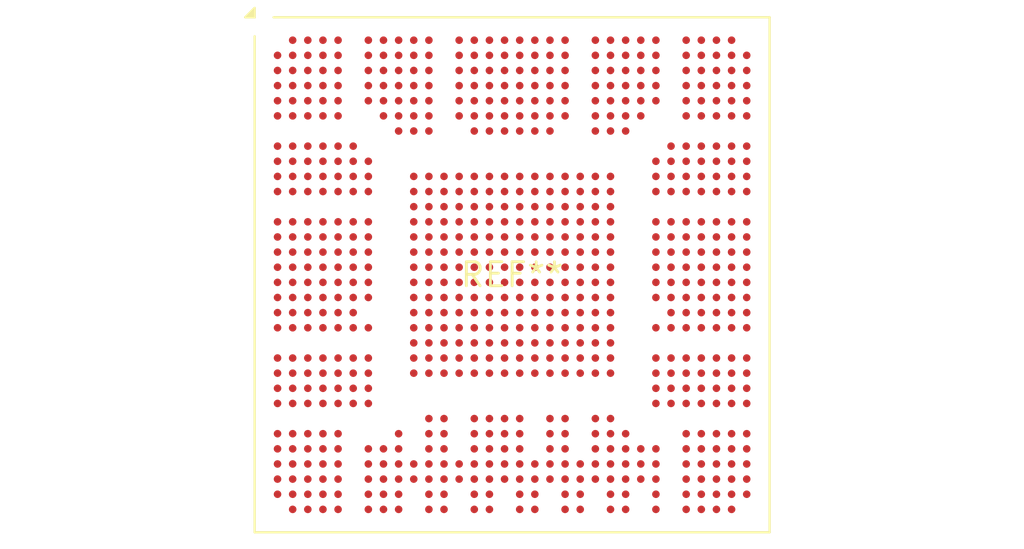
<source format=kicad_pcb>
(kicad_pcb (version 20240108) (generator pcbnew)
  (layers (0 "F.Cu" signal) (31 "B.Cu" signal) (34 "B.Paste" user) (35 "F.Paste" user) (36 "B.SilkS" user "B.Silkscreen") (37 "F.SilkS" user "F.Silkscreen") (38 "B.Mask" user) (39 "F.Mask" user) (44 "Edge.Cuts" user))
  (net 0 "")
  (footprint "Lattice_caBGA-756_27.0x27.0mm_Layout32x32_P0.8mm" (layer "F.Cu") (at 0 0)
    (property "Reference" "REF**")
    (property "Value" "Lattice_caBGA-756_27.0x27.0mm_Layout32x32_P0.8mm")
    (pad "A2" smd circle (at -11.6 -12.4) (size 0.4 0.4) (property pad_prop_bga) (layers "F.Cu" "F.Paste" "F.Mask"))
    (pad "A3" smd circle (at -10.8 -12.4) (size 0.4 0.4) (property pad_prop_bga) (layers "F.Cu" "F.Paste" "F.Mask"))
    (pad "A4" smd circle (at -10 -12.4) (size 0.4 0.4) (property pad_prop_bga) (layers "F.Cu" "F.Paste" "F.Mask"))
    (pad "A5" smd circle (at -9.2 -12.4) (size 0.4 0.4) (property pad_prop_bga) (layers "F.Cu" "F.Paste" "F.Mask"))
    (pad "A7" smd circle (at -7.6 -12.4) (size 0.4 0.4) (property pad_prop_bga) (layers "F.Cu" "F.Paste" "F.Mask"))
    (pad "A8" smd circle (at -6.8 -12.4) (size 0.4 0.4) (property pad_prop_bga) (layers "F.Cu" "F.Paste" "F.Mask"))
    (pad "A9" smd circle (at -6 -12.4) (size 0.4 0.4) (property pad_prop_bga) (layers "F.Cu" "F.Paste" "F.Mask"))
    (pad "A10" smd circle (at -5.2 -12.4) (size 0.4 0.4) (property pad_prop_bga) (layers "F.Cu" "F.Paste" "F.Mask"))
    (pad "A11" smd circle (at -4.4 -12.4) (size 0.4 0.4) (property pad_prop_bga) (layers "F.Cu" "F.Paste" "F.Mask"))
    (pad "A13" smd circle (at -2.8 -12.4) (size 0.4 0.4) (property pad_prop_bga) (layers "F.Cu" "F.Paste" "F.Mask"))
    (pad "A14" smd circle (at -2 -12.4) (size 0.4 0.4) (property pad_prop_bga) (layers "F.Cu" "F.Paste" "F.Mask"))
    (pad "A15" smd circle (at -1.2 -12.4) (size 0.4 0.4) (property pad_prop_bga) (layers "F.Cu" "F.Paste" "F.Mask"))
    (pad "A16" smd circle (at -0.4 -12.4) (size 0.4 0.4) (property pad_prop_bga) (layers "F.Cu" "F.Paste" "F.Mask"))
    (pad "A17" smd circle (at 0.4 -12.4) (size 0.4 0.4) (property pad_prop_bga) (layers "F.Cu" "F.Paste" "F.Mask"))
    (pad "A18" smd circle (at 1.2 -12.4) (size 0.4 0.4) (property pad_prop_bga) (layers "F.Cu" "F.Paste" "F.Mask"))
    (pad "A19" smd circle (at 2 -12.4) (size 0.4 0.4) (property pad_prop_bga) (layers "F.Cu" "F.Paste" "F.Mask"))
    (pad "A20" smd circle (at 2.8 -12.4) (size 0.4 0.4) (property pad_prop_bga) (layers "F.Cu" "F.Paste" "F.Mask"))
    (pad "A22" smd circle (at 4.4 -12.4) (size 0.4 0.4) (property pad_prop_bga) (layers "F.Cu" "F.Paste" "F.Mask"))
    (pad "A23" smd circle (at 5.2 -12.4) (size 0.4 0.4) (property pad_prop_bga) (layers "F.Cu" "F.Paste" "F.Mask"))
    (pad "A24" smd circle (at 6 -12.4) (size 0.4 0.4) (property pad_prop_bga) (layers "F.Cu" "F.Paste" "F.Mask"))
    (pad "A25" smd circle (at 6.8 -12.4) (size 0.4 0.4) (property pad_prop_bga) (layers "F.Cu" "F.Paste" "F.Mask"))
    (pad "A26" smd circle (at 7.6 -12.4) (size 0.4 0.4) (property pad_prop_bga) (layers "F.Cu" "F.Paste" "F.Mask"))
    (pad "A28" smd circle (at 9.2 -12.4) (size 0.4 0.4) (property pad_prop_bga) (layers "F.Cu" "F.Paste" "F.Mask"))
    (pad "A29" smd circle (at 10 -12.4) (size 0.4 0.4) (property pad_prop_bga) (layers "F.Cu" "F.Paste" "F.Mask"))
    (pad "A30" smd circle (at 10.8 -12.4) (size 0.4 0.4) (property pad_prop_bga) (layers "F.Cu" "F.Paste" "F.Mask"))
    (pad "A31" smd circle (at 11.6 -12.4) (size 0.4 0.4) (property pad_prop_bga) (layers "F.Cu" "F.Paste" "F.Mask"))
    (pad "AA10" smd circle (at -5.2 3.6) (size 0.4 0.4) (property pad_prop_bga) (layers "F.Cu" "F.Paste" "F.Mask"))
    (pad "AA11" smd circle (at -4.4 3.6) (size 0.4 0.4) (property pad_prop_bga) (layers "F.Cu" "F.Paste" "F.Mask"))
    (pad "AA12" smd circle (at -3.6 3.6) (size 0.4 0.4) (property pad_prop_bga) (layers "F.Cu" "F.Paste" "F.Mask"))
    (pad "AA13" smd circle (at -2.8 3.6) (size 0.4 0.4) (property pad_prop_bga) (layers "F.Cu" "F.Paste" "F.Mask"))
    (pad "AA14" smd circle (at -2 3.6) (size 0.4 0.4) (property pad_prop_bga) (layers "F.Cu" "F.Paste" "F.Mask"))
    (pad "AA15" smd circle (at -1.2 3.6) (size 0.4 0.4) (property pad_prop_bga) (layers "F.Cu" "F.Paste" "F.Mask"))
    (pad "AA16" smd circle (at -0.4 3.6) (size 0.4 0.4) (property pad_prop_bga) (layers "F.Cu" "F.Paste" "F.Mask"))
    (pad "AA17" smd circle (at 0.4 3.6) (size 0.4 0.4) (property pad_prop_bga) (layers "F.Cu" "F.Paste" "F.Mask"))
    (pad "AA18" smd circle (at 1.2 3.6) (size 0.4 0.4) (property pad_prop_bga) (layers "F.Cu" "F.Paste" "F.Mask"))
    (pad "AA19" smd circle (at 2 3.6) (size 0.4 0.4) (property pad_prop_bga) (layers "F.Cu" "F.Paste" "F.Mask"))
    (pad "AA20" smd circle (at 2.8 3.6) (size 0.4 0.4) (property pad_prop_bga) (layers "F.Cu" "F.Paste" "F.Mask"))
    (pad "AA21" smd circle (at 3.6 3.6) (size 0.4 0.4) (property pad_prop_bga) (layers "F.Cu" "F.Paste" "F.Mask"))
    (pad "AA22" smd circle (at 4.4 3.6) (size 0.4 0.4) (property pad_prop_bga) (layers "F.Cu" "F.Paste" "F.Mask"))
    (pad "AA23" smd circle (at 5.2 3.6) (size 0.4 0.4) (property pad_prop_bga) (layers "F.Cu" "F.Paste" "F.Mask"))
    (pad "AB1" smd circle (at -12.4 4.4) (size 0.4 0.4) (property pad_prop_bga) (layers "F.Cu" "F.Paste" "F.Mask"))
    (pad "AB2" smd circle (at -11.6 4.4) (size 0.4 0.4) (property pad_prop_bga) (layers "F.Cu" "F.Paste" "F.Mask"))
    (pad "AB3" smd circle (at -10.8 4.4) (size 0.4 0.4) (property pad_prop_bga) (layers "F.Cu" "F.Paste" "F.Mask"))
    (pad "AB4" smd circle (at -10 4.4) (size 0.4 0.4) (property pad_prop_bga) (layers "F.Cu" "F.Paste" "F.Mask"))
    (pad "AB5" smd circle (at -9.2 4.4) (size 0.4 0.4) (property pad_prop_bga) (layers "F.Cu" "F.Paste" "F.Mask"))
    (pad "AB6" smd circle (at -8.4 4.4) (size 0.4 0.4) (property pad_prop_bga) (layers "F.Cu" "F.Paste" "F.Mask"))
    (pad "AB7" smd circle (at -7.6 4.4) (size 0.4 0.4) (property pad_prop_bga) (layers "F.Cu" "F.Paste" "F.Mask"))
    (pad "AB10" smd circle (at -5.2 4.4) (size 0.4 0.4) (property pad_prop_bga) (layers "F.Cu" "F.Paste" "F.Mask"))
    (pad "AB11" smd circle (at -4.4 4.4) (size 0.4 0.4) (property pad_prop_bga) (layers "F.Cu" "F.Paste" "F.Mask"))
    (pad "AB12" smd circle (at -3.6 4.4) (size 0.4 0.4) (property pad_prop_bga) (layers "F.Cu" "F.Paste" "F.Mask"))
    (pad "AB13" smd circle (at -2.8 4.4) (size 0.4 0.4) (property pad_prop_bga) (layers "F.Cu" "F.Paste" "F.Mask"))
    (pad "AB14" smd circle (at -2 4.4) (size 0.4 0.4) (property pad_prop_bga) (layers "F.Cu" "F.Paste" "F.Mask"))
    (pad "AB15" smd circle (at -1.2 4.4) (size 0.4 0.4) (property pad_prop_bga) (layers "F.Cu" "F.Paste" "F.Mask"))
    (pad "AB16" smd circle (at -0.4 4.4) (size 0.4 0.4) (property pad_prop_bga) (layers "F.Cu" "F.Paste" "F.Mask"))
    (pad "AB17" smd circle (at 0.4 4.4) (size 0.4 0.4) (property pad_prop_bga) (layers "F.Cu" "F.Paste" "F.Mask"))
    (pad "AB18" smd circle (at 1.2 4.4) (size 0.4 0.4) (property pad_prop_bga) (layers "F.Cu" "F.Paste" "F.Mask"))
    (pad "AB19" smd circle (at 2 4.4) (size 0.4 0.4) (property pad_prop_bga) (layers "F.Cu" "F.Paste" "F.Mask"))
    (pad "AB20" smd circle (at 2.8 4.4) (size 0.4 0.4) (property pad_prop_bga) (layers "F.Cu" "F.Paste" "F.Mask"))
    (pad "AB21" smd circle (at 3.6 4.4) (size 0.4 0.4) (property pad_prop_bga) (layers "F.Cu" "F.Paste" "F.Mask"))
    (pad "AB22" smd circle (at 4.4 4.4) (size 0.4 0.4) (property pad_prop_bga) (layers "F.Cu" "F.Paste" "F.Mask"))
    (pad "AB23" smd circle (at 5.2 4.4) (size 0.4 0.4) (property pad_prop_bga) (layers "F.Cu" "F.Paste" "F.Mask"))
    (pad "AB26" smd circle (at 7.6 4.4) (size 0.4 0.4) (property pad_prop_bga) (layers "F.Cu" "F.Paste" "F.Mask"))
    (pad "AB27" smd circle (at 8.4 4.4) (size 0.4 0.4) (property pad_prop_bga) (layers "F.Cu" "F.Paste" "F.Mask"))
    (pad "AB28" smd circle (at 9.2 4.4) (size 0.4 0.4) (property pad_prop_bga) (layers "F.Cu" "F.Paste" "F.Mask"))
    (pad "AB29" smd circle (at 10 4.4) (size 0.4 0.4) (property pad_prop_bga) (layers "F.Cu" "F.Paste" "F.Mask"))
    (pad "AB30" smd circle (at 10.8 4.4) (size 0.4 0.4) (property pad_prop_bga) (layers "F.Cu" "F.Paste" "F.Mask"))
    (pad "AB31" smd circle (at 11.6 4.4) (size 0.4 0.4) (property pad_prop_bga) (layers "F.Cu" "F.Paste" "F.Mask"))
    (pad "AB32" smd circle (at 12.4 4.4) (size 0.4 0.4) (property pad_prop_bga) (layers "F.Cu" "F.Paste" "F.Mask"))
    (pad "AC1" smd circle (at -12.4 5.2) (size 0.4 0.4) (property pad_prop_bga) (layers "F.Cu" "F.Paste" "F.Mask"))
    (pad "AC2" smd circle (at -11.6 5.2) (size 0.4 0.4) (property pad_prop_bga) (layers "F.Cu" "F.Paste" "F.Mask"))
    (pad "AC3" smd circle (at -10.8 5.2) (size 0.4 0.4) (property pad_prop_bga) (layers "F.Cu" "F.Paste" "F.Mask"))
    (pad "AC4" smd circle (at -10 5.2) (size 0.4 0.4) (property pad_prop_bga) (layers "F.Cu" "F.Paste" "F.Mask"))
    (pad "AC5" smd circle (at -9.2 5.2) (size 0.4 0.4) (property pad_prop_bga) (layers "F.Cu" "F.Paste" "F.Mask"))
    (pad "AC6" smd circle (at -8.4 5.2) (size 0.4 0.4) (property pad_prop_bga) (layers "F.Cu" "F.Paste" "F.Mask"))
    (pad "AC7" smd circle (at -7.6 5.2) (size 0.4 0.4) (property pad_prop_bga) (layers "F.Cu" "F.Paste" "F.Mask"))
    (pad "AC10" smd circle (at -5.2 5.2) (size 0.4 0.4) (property pad_prop_bga) (layers "F.Cu" "F.Paste" "F.Mask"))
    (pad "AC11" smd circle (at -4.4 5.2) (size 0.4 0.4) (property pad_prop_bga) (layers "F.Cu" "F.Paste" "F.Mask"))
    (pad "AC12" smd circle (at -3.6 5.2) (size 0.4 0.4) (property pad_prop_bga) (layers "F.Cu" "F.Paste" "F.Mask"))
    (pad "AC13" smd circle (at -2.8 5.2) (size 0.4 0.4) (property pad_prop_bga) (layers "F.Cu" "F.Paste" "F.Mask"))
    (pad "AC14" smd circle (at -2 5.2) (size 0.4 0.4) (property pad_prop_bga) (layers "F.Cu" "F.Paste" "F.Mask"))
    (pad "AC15" smd circle (at -1.2 5.2) (size 0.4 0.4) (property pad_prop_bga) (layers "F.Cu" "F.Paste" "F.Mask"))
    (pad "AC16" smd circle (at -0.4 5.2) (size 0.4 0.4) (property pad_prop_bga) (layers "F.Cu" "F.Paste" "F.Mask"))
    (pad "AC17" smd circle (at 0.4 5.2) (size 0.4 0.4) (property pad_prop_bga) (layers "F.Cu" "F.Paste" "F.Mask"))
    (pad "AC18" smd circle (at 1.2 5.2) (size 0.4 0.4) (property pad_prop_bga) (layers "F.Cu" "F.Paste" "F.Mask"))
    (pad "AC19" smd circle (at 2 5.2) (size 0.4 0.4) (property pad_prop_bga) (layers "F.Cu" "F.Paste" "F.Mask"))
    (pad "AC20" smd circle (at 2.8 5.2) (size 0.4 0.4) (property pad_prop_bga) (layers "F.Cu" "F.Paste" "F.Mask"))
    (pad "AC21" smd circle (at 3.6 5.2) (size 0.4 0.4) (property pad_prop_bga) (layers "F.Cu" "F.Paste" "F.Mask"))
    (pad "AC22" smd circle (at 4.4 5.2) (size 0.4 0.4) (property pad_prop_bga) (layers "F.Cu" "F.Paste" "F.Mask"))
    (pad "AC23" smd circle (at 5.2 5.2) (size 0.4 0.4) (property pad_prop_bga) (layers "F.Cu" "F.Paste" "F.Mask"))
    (pad "AC26" smd circle (at 7.6 5.2) (size 0.4 0.4) (property pad_prop_bga) (layers "F.Cu" "F.Paste" "F.Mask"))
    (pad "AC27" smd circle (at 8.4 5.2) (size 0.4 0.4) (property pad_prop_bga) (layers "F.Cu" "F.Paste" "F.Mask"))
    (pad "AC28" smd circle (at 9.2 5.2) (size 0.4 0.4) (property pad_prop_bga) (layers "F.Cu" "F.Paste" "F.Mask"))
    (pad "AC29" smd circle (at 10 5.2) (size 0.4 0.4) (property pad_prop_bga) (layers "F.Cu" "F.Paste" "F.Mask"))
    (pad "AC30" smd circle (at 10.8 5.2) (size 0.4 0.4) (property pad_prop_bga) (layers "F.Cu" "F.Paste" "F.Mask"))
    (pad "AC31" smd circle (at 11.6 5.2) (size 0.4 0.4) (property pad_prop_bga) (layers "F.Cu" "F.Paste" "F.Mask"))
    (pad "AC32" smd circle (at 12.4 5.2) (size 0.4 0.4) (property pad_prop_bga) (layers "F.Cu" "F.Paste" "F.Mask"))
    (pad "AD1" smd circle (at -12.4 6) (size 0.4 0.4) (property pad_prop_bga) (layers "F.Cu" "F.Paste" "F.Mask"))
    (pad "AD2" smd circle (at -11.6 6) (size 0.4 0.4) (property pad_prop_bga) (layers "F.Cu" "F.Paste" "F.Mask"))
    (pad "AD3" smd circle (at -10.8 6) (size 0.4 0.4) (property pad_prop_bga) (layers "F.Cu" "F.Paste" "F.Mask"))
    (pad "AD4" smd circle (at -10 6) (size 0.4 0.4) (property pad_prop_bga) (layers "F.Cu" "F.Paste" "F.Mask"))
    (pad "AD5" smd circle (at -9.2 6) (size 0.4 0.4) (property pad_prop_bga) (layers "F.Cu" "F.Paste" "F.Mask"))
    (pad "AD6" smd circle (at -8.4 6) (size 0.4 0.4) (property pad_prop_bga) (layers "F.Cu" "F.Paste" "F.Mask"))
    (pad "AD7" smd circle (at -7.6 6) (size 0.4 0.4) (property pad_prop_bga) (layers "F.Cu" "F.Paste" "F.Mask"))
    (pad "AD26" smd circle (at 7.6 6) (size 0.4 0.4) (property pad_prop_bga) (layers "F.Cu" "F.Paste" "F.Mask"))
    (pad "AD27" smd circle (at 8.4 6) (size 0.4 0.4) (property pad_prop_bga) (layers "F.Cu" "F.Paste" "F.Mask"))
    (pad "AD28" smd circle (at 9.2 6) (size 0.4 0.4) (property pad_prop_bga) (layers "F.Cu" "F.Paste" "F.Mask"))
    (pad "AD29" smd circle (at 10 6) (size 0.4 0.4) (property pad_prop_bga) (layers "F.Cu" "F.Paste" "F.Mask"))
    (pad "AD30" smd circle (at 10.8 6) (size 0.4 0.4) (property pad_prop_bga) (layers "F.Cu" "F.Paste" "F.Mask"))
    (pad "AD31" smd circle (at 11.6 6) (size 0.4 0.4) (property pad_prop_bga) (layers "F.Cu" "F.Paste" "F.Mask"))
    (pad "AD32" smd circle (at 12.4 6) (size 0.4 0.4) (property pad_prop_bga) (layers "F.Cu" "F.Paste" "F.Mask"))
    (pad "AE1" smd circle (at -12.4 6.8) (size 0.4 0.4) (property pad_prop_bga) (layers "F.Cu" "F.Paste" "F.Mask"))
    (pad "AE2" smd circle (at -11.6 6.8) (size 0.4 0.4) (property pad_prop_bga) (layers "F.Cu" "F.Paste" "F.Mask"))
    (pad "AE3" smd circle (at -10.8 6.8) (size 0.4 0.4) (property pad_prop_bga) (layers "F.Cu" "F.Paste" "F.Mask"))
    (pad "AE4" smd circle (at -10 6.8) (size 0.4 0.4) (property pad_prop_bga) (layers "F.Cu" "F.Paste" "F.Mask"))
    (pad "AE5" smd circle (at -9.2 6.8) (size 0.4 0.4) (property pad_prop_bga) (layers "F.Cu" "F.Paste" "F.Mask"))
    (pad "AE6" smd circle (at -8.4 6.8) (size 0.4 0.4) (property pad_prop_bga) (layers "F.Cu" "F.Paste" "F.Mask"))
    (pad "AE7" smd circle (at -7.6 6.8) (size 0.4 0.4) (property pad_prop_bga) (layers "F.Cu" "F.Paste" "F.Mask"))
    (pad "AE26" smd circle (at 7.6 6.8) (size 0.4 0.4) (property pad_prop_bga) (layers "F.Cu" "F.Paste" "F.Mask"))
    (pad "AE27" smd circle (at 8.4 6.8) (size 0.4 0.4) (property pad_prop_bga) (layers "F.Cu" "F.Paste" "F.Mask"))
    (pad "AE28" smd circle (at 9.2 6.8) (size 0.4 0.4) (property pad_prop_bga) (layers "F.Cu" "F.Paste" "F.Mask"))
    (pad "AE29" smd circle (at 10 6.8) (size 0.4 0.4) (property pad_prop_bga) (layers "F.Cu" "F.Paste" "F.Mask"))
    (pad "AE30" smd circle (at 10.8 6.8) (size 0.4 0.4) (property pad_prop_bga) (layers "F.Cu" "F.Paste" "F.Mask"))
    (pad "AE31" smd circle (at 11.6 6.8) (size 0.4 0.4) (property pad_prop_bga) (layers "F.Cu" "F.Paste" "F.Mask"))
    (pad "AE32" smd circle (at 12.4 6.8) (size 0.4 0.4) (property pad_prop_bga) (layers "F.Cu" "F.Paste" "F.Mask"))
    (pad "AF11" smd circle (at -4.4 7.6) (size 0.4 0.4) (property pad_prop_bga) (layers "F.Cu" "F.Paste" "F.Mask"))
    (pad "AF12" smd circle (at -3.6 7.6) (size 0.4 0.4) (property pad_prop_bga) (layers "F.Cu" "F.Paste" "F.Mask"))
    (pad "AF14" smd circle (at -2 7.6) (size 0.4 0.4) (property pad_prop_bga) (layers "F.Cu" "F.Paste" "F.Mask"))
    (pad "AF15" smd circle (at -1.2 7.6) (size 0.4 0.4) (property pad_prop_bga) (layers "F.Cu" "F.Paste" "F.Mask"))
    (pad "AF16" smd circle (at -0.4 7.6) (size 0.4 0.4) (property pad_prop_bga) (layers "F.Cu" "F.Paste" "F.Mask"))
    (pad "AF17" smd circle (at 0.4 7.6) (size 0.4 0.4) (property pad_prop_bga) (layers "F.Cu" "F.Paste" "F.Mask"))
    (pad "AF19" smd circle (at 2 7.6) (size 0.4 0.4) (property pad_prop_bga) (layers "F.Cu" "F.Paste" "F.Mask"))
    (pad "AF20" smd circle (at 2.8 7.6) (size 0.4 0.4) (property pad_prop_bga) (layers "F.Cu" "F.Paste" "F.Mask"))
    (pad "AF22" smd circle (at 4.4 7.6) (size 0.4 0.4) (property pad_prop_bga) (layers "F.Cu" "F.Paste" "F.Mask"))
    (pad "AF23" smd circle (at 5.2 7.6) (size 0.4 0.4) (property pad_prop_bga) (layers "F.Cu" "F.Paste" "F.Mask"))
    (pad "AG1" smd circle (at -12.4 8.4) (size 0.4 0.4) (property pad_prop_bga) (layers "F.Cu" "F.Paste" "F.Mask"))
    (pad "AG2" smd circle (at -11.6 8.4) (size 0.4 0.4) (property pad_prop_bga) (layers "F.Cu" "F.Paste" "F.Mask"))
    (pad "AG3" smd circle (at -10.8 8.4) (size 0.4 0.4) (property pad_prop_bga) (layers "F.Cu" "F.Paste" "F.Mask"))
    (pad "AG4" smd circle (at -10 8.4) (size 0.4 0.4) (property pad_prop_bga) (layers "F.Cu" "F.Paste" "F.Mask"))
    (pad "AG5" smd circle (at -9.2 8.4) (size 0.4 0.4) (property pad_prop_bga) (layers "F.Cu" "F.Paste" "F.Mask"))
    (pad "AG9" smd circle (at -6 8.4) (size 0.4 0.4) (property pad_prop_bga) (layers "F.Cu" "F.Paste" "F.Mask"))
    (pad "AG11" smd circle (at -4.4 8.4) (size 0.4 0.4) (property pad_prop_bga) (layers "F.Cu" "F.Paste" "F.Mask"))
    (pad "AG12" smd circle (at -3.6 8.4) (size 0.4 0.4) (property pad_prop_bga) (layers "F.Cu" "F.Paste" "F.Mask"))
    (pad "AG14" smd circle (at -2 8.4) (size 0.4 0.4) (property pad_prop_bga) (layers "F.Cu" "F.Paste" "F.Mask"))
    (pad "AG15" smd circle (at -1.2 8.4) (size 0.4 0.4) (property pad_prop_bga) (layers "F.Cu" "F.Paste" "F.Mask"))
    (pad "AG16" smd circle (at -0.4 8.4) (size 0.4 0.4) (property pad_prop_bga) (layers "F.Cu" "F.Paste" "F.Mask"))
    (pad "AG17" smd circle (at 0.4 8.4) (size 0.4 0.4) (property pad_prop_bga) (layers "F.Cu" "F.Paste" "F.Mask"))
    (pad "AG19" smd circle (at 2 8.4) (size 0.4 0.4) (property pad_prop_bga) (layers "F.Cu" "F.Paste" "F.Mask"))
    (pad "AG20" smd circle (at 2.8 8.4) (size 0.4 0.4) (property pad_prop_bga) (layers "F.Cu" "F.Paste" "F.Mask"))
    (pad "AG22" smd circle (at 4.4 8.4) (size 0.4 0.4) (property pad_prop_bga) (layers "F.Cu" "F.Paste" "F.Mask"))
    (pad "AG23" smd circle (at 5.2 8.4) (size 0.4 0.4) (property pad_prop_bga) (layers "F.Cu" "F.Paste" "F.Mask"))
    (pad "AG24" smd circle (at 6 8.4) (size 0.4 0.4) (property pad_prop_bga) (layers "F.Cu" "F.Paste" "F.Mask"))
    (pad "AG28" smd circle (at 9.2 8.4) (size 0.4 0.4) (property pad_prop_bga) (layers "F.Cu" "F.Paste" "F.Mask"))
    (pad "AG29" smd circle (at 10 8.4) (size 0.4 0.4) (property pad_prop_bga) (layers "F.Cu" "F.Paste" "F.Mask"))
    (pad "AG30" smd circle (at 10.8 8.4) (size 0.4 0.4) (property pad_prop_bga) (layers "F.Cu" "F.Paste" "F.Mask"))
    (pad "AG31" smd circle (at 11.6 8.4) (size 0.4 0.4) (property pad_prop_bga) (layers "F.Cu" "F.Paste" "F.Mask"))
    (pad "AG32" smd circle (at 12.4 8.4) (size 0.4 0.4) (property pad_prop_bga) (layers "F.Cu" "F.Paste" "F.Mask"))
    (pad "AH1" smd circle (at -12.4 9.2) (size 0.4 0.4) (property pad_prop_bga) (layers "F.Cu" "F.Paste" "F.Mask"))
    (pad "AH2" smd circle (at -11.6 9.2) (size 0.4 0.4) (property pad_prop_bga) (layers "F.Cu" "F.Paste" "F.Mask"))
    (pad "AH3" smd circle (at -10.8 9.2) (size 0.4 0.4) (property pad_prop_bga) (layers "F.Cu" "F.Paste" "F.Mask"))
    (pad "AH4" smd circle (at -10 9.2) (size 0.4 0.4) (property pad_prop_bga) (layers "F.Cu" "F.Paste" "F.Mask"))
    (pad "AH5" smd circle (at -9.2 9.2) (size 0.4 0.4) (property pad_prop_bga) (layers "F.Cu" "F.Paste" "F.Mask"))
    (pad "AH7" smd circle (at -7.6 9.2) (size 0.4 0.4) (property pad_prop_bga) (layers "F.Cu" "F.Paste" "F.Mask"))
    (pad "AH8" smd circle (at -6.8 9.2) (size 0.4 0.4) (property pad_prop_bga) (layers "F.Cu" "F.Paste" "F.Mask"))
    (pad "AH9" smd circle (at -6 9.2) (size 0.4 0.4) (property pad_prop_bga) (layers "F.Cu" "F.Paste" "F.Mask"))
    (pad "AH11" smd circle (at -4.4 9.2) (size 0.4 0.4) (property pad_prop_bga) (layers "F.Cu" "F.Paste" "F.Mask"))
    (pad "AH12" smd circle (at -3.6 9.2) (size 0.4 0.4) (property pad_prop_bga) (layers "F.Cu" "F.Paste" "F.Mask"))
    (pad "AH14" smd circle (at -2 9.2) (size 0.4 0.4) (property pad_prop_bga) (layers "F.Cu" "F.Paste" "F.Mask"))
    (pad "AH15" smd circle (at -1.2 9.2) (size 0.4 0.4) (property pad_prop_bga) (layers "F.Cu" "F.Paste" "F.Mask"))
    (pad "AH16" smd circle (at -0.4 9.2) (size 0.4 0.4) (property pad_prop_bga) (layers "F.Cu" "F.Paste" "F.Mask"))
    (pad "AH17" smd circle (at 0.4 9.2) (size 0.4 0.4) (property pad_prop_bga) (layers "F.Cu" "F.Paste" "F.Mask"))
    (pad "AH19" smd circle (at 2 9.2) (size 0.4 0.4) (property pad_prop_bga) (layers "F.Cu" "F.Paste" "F.Mask"))
    (pad "AH20" smd circle (at 2.8 9.2) (size 0.4 0.4) (property pad_prop_bga) (layers "F.Cu" "F.Paste" "F.Mask"))
    (pad "AH22" smd circle (at 4.4 9.2) (size 0.4 0.4) (property pad_prop_bga) (layers "F.Cu" "F.Paste" "F.Mask"))
    (pad "AH23" smd circle (at 5.2 9.2) (size 0.4 0.4) (property pad_prop_bga) (layers "F.Cu" "F.Paste" "F.Mask"))
    (pad "AH24" smd circle (at 6 9.2) (size 0.4 0.4) (property pad_prop_bga) (layers "F.Cu" "F.Paste" "F.Mask"))
    (pad "AH25" smd circle (at 6.8 9.2) (size 0.4 0.4) (property pad_prop_bga) (layers "F.Cu" "F.Paste" "F.Mask"))
    (pad "AH26" smd circle (at 7.6 9.2) (size 0.4 0.4) (property pad_prop_bga) (layers "F.Cu" "F.Paste" "F.Mask"))
    (pad "AH28" smd circle (at 9.2 9.2) (size 0.4 0.4) (property pad_prop_bga) (layers "F.Cu" "F.Paste" "F.Mask"))
    (pad "AH29" smd circle (at 10 9.2) (size 0.4 0.4) (property pad_prop_bga) (layers "F.Cu" "F.Paste" "F.Mask"))
    (pad "AH30" smd circle (at 10.8 9.2) (size 0.4 0.4) (property pad_prop_bga) (layers "F.Cu" "F.Paste" "F.Mask"))
    (pad "AH31" smd circle (at 11.6 9.2) (size 0.4 0.4) (property pad_prop_bga) (layers "F.Cu" "F.Paste" "F.Mask"))
    (pad "AH32" smd circle (at 12.4 9.2) (size 0.4 0.4) (property pad_prop_bga) (layers "F.Cu" "F.Paste" "F.Mask"))
    (pad "AJ1" smd circle (at -12.4 10) (size 0.4 0.4) (property pad_prop_bga) (layers "F.Cu" "F.Paste" "F.Mask"))
    (pad "AJ2" smd circle (at -11.6 10) (size 0.4 0.4) (property pad_prop_bga) (layers "F.Cu" "F.Paste" "F.Mask"))
    (pad "AJ3" smd circle (at -10.8 10) (size 0.4 0.4) (property pad_prop_bga) (layers "F.Cu" "F.Paste" "F.Mask"))
    (pad "AJ4" smd circle (at -10 10) (size 0.4 0.4) (property pad_prop_bga) (layers "F.Cu" "F.Paste" "F.Mask"))
    (pad "AJ5" smd circle (at -9.2 10) (size 0.4 0.4) (property pad_prop_bga) (layers "F.Cu" "F.Paste" "F.Mask"))
    (pad "AJ7" smd circle (at -7.6 10) (size 0.4 0.4) (property pad_prop_bga) (layers "F.Cu" "F.Paste" "F.Mask"))
    (pad "AJ8" smd circle (at -6.8 10) (size 0.4 0.4) (property pad_prop_bga) (layers "F.Cu" "F.Paste" "F.Mask"))
    (pad "AJ9" smd circle (at -6 10) (size 0.4 0.4) (property pad_prop_bga) (layers "F.Cu" "F.Paste" "F.Mask"))
    (pad "AJ10" smd circle (at -5.2 10) (size 0.4 0.4) (property pad_prop_bga) (layers "F.Cu" "F.Paste" "F.Mask"))
    (pad "AJ11" smd circle (at -4.4 10) (size 0.4 0.4) (property pad_prop_bga) (layers "F.Cu" "F.Paste" "F.Mask"))
    (pad "AJ12" smd circle (at -3.6 10) (size 0.4 0.4) (property pad_prop_bga) (layers "F.Cu" "F.Paste" "F.Mask"))
    (pad "AJ13" smd circle (at -2.8 10) (size 0.4 0.4) (property pad_prop_bga) (layers "F.Cu" "F.Paste" "F.Mask"))
    (pad "AJ14" smd circle (at -2 10) (size 0.4 0.4) (property pad_prop_bga) (layers "F.Cu" "F.Paste" "F.Mask"))
    (pad "AJ15" smd circle (at -1.2 10) (size 0.4 0.4) (property pad_prop_bga) (layers "F.Cu" "F.Paste" "F.Mask"))
    (pad "AJ16" smd circle (at -0.4 10) (size 0.4 0.4) (property pad_prop_bga) (layers "F.Cu" "F.Paste" "F.Mask"))
    (pad "AJ17" smd circle (at 0.4 10) (size 0.4 0.4) (property pad_prop_bga) (layers "F.Cu" "F.Paste" "F.Mask"))
    (pad "AJ18" smd circle (at 1.2 10) (size 0.4 0.4) (property pad_prop_bga) (layers "F.Cu" "F.Paste" "F.Mask"))
    (pad "AJ19" smd circle (at 2 10) (size 0.4 0.4) (property pad_prop_bga) (layers "F.Cu" "F.Paste" "F.Mask"))
    (pad "AJ20" smd circle (at 2.8 10) (size 0.4 0.4) (property pad_prop_bga) (layers "F.Cu" "F.Paste" "F.Mask"))
    (pad "AJ21" smd circle (at 3.6 10) (size 0.4 0.4) (property pad_prop_bga) (layers "F.Cu" "F.Paste" "F.Mask"))
    (pad "AJ22" smd circle (at 4.4 10) (size 0.4 0.4) (property pad_prop_bga) (layers "F.Cu" "F.Paste" "F.Mask"))
    (pad "AJ23" smd circle (at 5.2 10) (size 0.4 0.4) (property pad_prop_bga) (layers "F.Cu" "F.Paste" "F.Mask"))
    (pad "AJ24" smd circle (at 6 10) (size 0.4 0.4) (property pad_prop_bga) (layers "F.Cu" "F.Paste" "F.Mask"))
    (pad "AJ25" smd circle (at 6.8 10) (size 0.4 0.4) (property pad_prop_bga) (layers "F.Cu" "F.Paste" "F.Mask"))
    (pad "AJ26" smd circle (at 7.6 10) (size 0.4 0.4) (property pad_prop_bga) (layers "F.Cu" "F.Paste" "F.Mask"))
    (pad "AJ28" smd circle (at 9.2 10) (size 0.4 0.4) (property pad_prop_bga) (layers "F.Cu" "F.Paste" "F.Mask"))
    (pad "AJ29" smd circle (at 10 10) (size 0.4 0.4) (property pad_prop_bga) (layers "F.Cu" "F.Paste" "F.Mask"))
    (pad "AJ30" smd circle (at 10.8 10) (size 0.4 0.4) (property pad_prop_bga) (layers "F.Cu" "F.Paste" "F.Mask"))
    (pad "AJ31" smd circle (at 11.6 10) (size 0.4 0.4) (property pad_prop_bga) (layers "F.Cu" "F.Paste" "F.Mask"))
    (pad "AJ32" smd circle (at 12.4 10) (size 0.4 0.4) (property pad_prop_bga) (layers "F.Cu" "F.Paste" "F.Mask"))
    (pad "AK1" smd circle (at -12.4 10.8) (size 0.4 0.4) (property pad_prop_bga) (layers "F.Cu" "F.Paste" "F.Mask"))
    (pad "AK2" smd circle (at -11.6 10.8) (size 0.4 0.4) (property pad_prop_bga) (layers "F.Cu" "F.Paste" "F.Mask"))
    (pad "AK3" smd circle (at -10.8 10.8) (size 0.4 0.4) (property pad_prop_bga) (layers "F.Cu" "F.Paste" "F.Mask"))
    (pad "AK4" smd circle (at -10 10.8) (size 0.4 0.4) (property pad_prop_bga) (layers "F.Cu" "F.Paste" "F.Mask"))
    (pad "AK5" smd circle (at -9.2 10.8) (size 0.4 0.4) (property pad_prop_bga) (layers "F.Cu" "F.Paste" "F.Mask"))
    (pad "AK7" smd circle (at -7.6 10.8) (size 0.4 0.4) (property pad_prop_bga) (layers "F.Cu" "F.Paste" "F.Mask"))
    (pad "AK8" smd circle (at -6.8 10.8) (size 0.4 0.4) (property pad_prop_bga) (layers "F.Cu" "F.Paste" "F.Mask"))
    (pad "AK9" smd circle (at -6 10.8) (size 0.4 0.4) (property pad_prop_bga) (layers "F.Cu" "F.Paste" "F.Mask"))
    (pad "AK10" smd circle (at -5.2 10.8) (size 0.4 0.4) (property pad_prop_bga) (layers "F.Cu" "F.Paste" "F.Mask"))
    (pad "AK11" smd circle (at -4.4 10.8) (size 0.4 0.4) (property pad_prop_bga) (layers "F.Cu" "F.Paste" "F.Mask"))
    (pad "AK12" smd circle (at -3.6 10.8) (size 0.4 0.4) (property pad_prop_bga) (layers "F.Cu" "F.Paste" "F.Mask"))
    (pad "AK13" smd circle (at -2.8 10.8) (size 0.4 0.4) (property pad_prop_bga) (layers "F.Cu" "F.Paste" "F.Mask"))
    (pad "AK14" smd circle (at -2 10.8) (size 0.4 0.4) (property pad_prop_bga) (layers "F.Cu" "F.Paste" "F.Mask"))
    (pad "AK15" smd circle (at -1.2 10.8) (size 0.4 0.4) (property pad_prop_bga) (layers "F.Cu" "F.Paste" "F.Mask"))
    (pad "AK16" smd circle (at -0.4 10.8) (size 0.4 0.4) (property pad_prop_bga) (layers "F.Cu" "F.Paste" "F.Mask"))
    (pad "AK17" smd circle (at 0.4 10.8) (size 0.4 0.4) (property pad_prop_bga) (layers "F.Cu" "F.Paste" "F.Mask"))
    (pad "AK18" smd circle (at 1.2 10.8) (size 0.4 0.4) (property pad_prop_bga) (layers "F.Cu" "F.Paste" "F.Mask"))
    (pad "AK19" smd circle (at 2 10.8) (size 0.4 0.4) (property pad_prop_bga) (layers "F.Cu" "F.Paste" "F.Mask"))
    (pad "AK20" smd circle (at 2.8 10.8) (size 0.4 0.4) (property pad_prop_bga) (layers "F.Cu" "F.Paste" "F.Mask"))
    (pad "AK21" smd circle (at 3.6 10.8) (size 0.4 0.4) (property pad_prop_bga) (layers "F.Cu" "F.Paste" "F.Mask"))
    (pad "AK22" smd circle (at 4.4 10.8) (size 0.4 0.4) (property pad_prop_bga) (layers "F.Cu" "F.Paste" "F.Mask"))
    (pad "AK23" smd circle (at 5.2 10.8) (size 0.4 0.4) (property pad_prop_bga) (layers "F.Cu" "F.Paste" "F.Mask"))
    (pad "AK24" smd circle (at 6 10.8) (size 0.4 0.4) (property pad_prop_bga) (layers "F.Cu" "F.Paste" "F.Mask"))
    (pad "AK25" smd circle (at 6.8 10.8) (size 0.4 0.4) (property pad_prop_bga) (layers "F.Cu" "F.Paste" "F.Mask"))
    (pad "AK26" smd circle (at 7.6 10.8) (size 0.4 0.4) (property pad_prop_bga) (layers "F.Cu" "F.Paste" "F.Mask"))
    (pad "AK28" smd circle (at 9.2 10.8) (size 0.4 0.4) (property pad_prop_bga) (layers "F.Cu" "F.Paste" "F.Mask"))
    (pad "AK29" smd circle (at 10 10.8) (size 0.4 0.4) (property pad_prop_bga) (layers "F.Cu" "F.Paste" "F.Mask"))
    (pad "AK30" smd circle (at 10.8 10.8) (size 0.4 0.4) (property pad_prop_bga) (layers "F.Cu" "F.Paste" "F.Mask"))
    (pad "AK31" smd circle (at 11.6 10.8) (size 0.4 0.4) (property pad_prop_bga) (layers "F.Cu" "F.Paste" "F.Mask"))
    (pad "AK32" smd circle (at 12.4 10.8) (size 0.4 0.4) (property pad_prop_bga) (layers "F.Cu" "F.Paste" "F.Mask"))
    (pad "AL1" smd circle (at -12.4 11.6) (size 0.4 0.4) (property pad_prop_bga) (layers "F.Cu" "F.Paste" "F.Mask"))
    (pad "AL2" smd circle (at -11.6 11.6) (size 0.4 0.4) (property pad_prop_bga) (layers "F.Cu" "F.Paste" "F.Mask"))
    (pad "AL3" smd circle (at -10.8 11.6) (size 0.4 0.4) (property pad_prop_bga) (layers "F.Cu" "F.Paste" "F.Mask"))
    (pad "AL4" smd circle (at -10 11.6) (size 0.4 0.4) (property pad_prop_bga) (layers "F.Cu" "F.Paste" "F.Mask"))
    (pad "AL5" smd circle (at -9.2 11.6) (size 0.4 0.4) (property pad_prop_bga) (layers "F.Cu" "F.Paste" "F.Mask"))
    (pad "AL7" smd circle (at -7.6 11.6) (size 0.4 0.4) (property pad_prop_bga) (layers "F.Cu" "F.Paste" "F.Mask"))
    (pad "AL8" smd circle (at -6.8 11.6) (size 0.4 0.4) (property pad_prop_bga) (layers "F.Cu" "F.Paste" "F.Mask"))
    (pad "AL9" smd circle (at -6 11.6) (size 0.4 0.4) (property pad_prop_bga) (layers "F.Cu" "F.Paste" "F.Mask"))
    (pad "AL11" smd circle (at -4.4 11.6) (size 0.4 0.4) (property pad_prop_bga) (layers "F.Cu" "F.Paste" "F.Mask"))
    (pad "AL12" smd circle (at -3.6 11.6) (size 0.4 0.4) (property pad_prop_bga) (layers "F.Cu" "F.Paste" "F.Mask"))
    (pad "AL14" smd circle (at -2 11.6) (size 0.4 0.4) (property pad_prop_bga) (layers "F.Cu" "F.Paste" "F.Mask"))
    (pad "AL15" smd circle (at -1.2 11.6) (size 0.4 0.4) (property pad_prop_bga) (layers "F.Cu" "F.Paste" "F.Mask"))
    (pad "AL17" smd circle (at 0.4 11.6) (size 0.4 0.4) (property pad_prop_bga) (layers "F.Cu" "F.Paste" "F.Mask"))
    (pad "AL18" smd circle (at 1.2 11.6) (size 0.4 0.4) (property pad_prop_bga) (layers "F.Cu" "F.Paste" "F.Mask"))
    (pad "AL20" smd circle (at 2.8 11.6) (size 0.4 0.4) (property pad_prop_bga) (layers "F.Cu" "F.Paste" "F.Mask"))
    (pad "AL21" smd circle (at 3.6 11.6) (size 0.4 0.4) (property pad_prop_bga) (layers "F.Cu" "F.Paste" "F.Mask"))
    (pad "AL23" smd circle (at 5.2 11.6) (size 0.4 0.4) (property pad_prop_bga) (layers "F.Cu" "F.Paste" "F.Mask"))
    (pad "AL24" smd circle (at 6 11.6) (size 0.4 0.4) (property pad_prop_bga) (layers "F.Cu" "F.Paste" "F.Mask"))
    (pad "AL26" smd circle (at 7.6 11.6) (size 0.4 0.4) (property pad_prop_bga) (layers "F.Cu" "F.Paste" "F.Mask"))
    (pad "AL28" smd circle (at 9.2 11.6) (size 0.4 0.4) (property pad_prop_bga) (layers "F.Cu" "F.Paste" "F.Mask"))
    (pad "AL29" smd circle (at 10 11.6) (size 0.4 0.4) (property pad_prop_bga) (layers "F.Cu" "F.Paste" "F.Mask"))
    (pad "AL30" smd circle (at 10.8 11.6) (size 0.4 0.4) (property pad_prop_bga) (layers "F.Cu" "F.Paste" "F.Mask"))
    (pad "AL31" smd circle (at 11.6 11.6) (size 0.4 0.4) (property pad_prop_bga) (layers "F.Cu" "F.Paste" "F.Mask"))
    (pad "AL32" smd circle (at 12.4 11.6) (size 0.4 0.4) (property pad_prop_bga) (layers "F.Cu" "F.Paste" "F.Mask"))
    (pad "AM2" smd circle (at -11.6 12.4) (size 0.4 0.4) (property pad_prop_bga) (layers "F.Cu" "F.Paste" "F.Mask"))
    (pad "AM3" smd circle (at -10.8 12.4) (size 0.4 0.4) (property pad_prop_bga) (layers "F.Cu" "F.Paste" "F.Mask"))
    (pad "AM4" smd circle (at -10 12.4) (size 0.4 0.4) (property pad_prop_bga) (layers "F.Cu" "F.Paste" "F.Mask"))
    (pad "AM5" smd circle (at -9.2 12.4) (size 0.4 0.4) (property pad_prop_bga) (layers "F.Cu" "F.Paste" "F.Mask"))
    (pad "AM7" smd circle (at -7.6 12.4) (size 0.4 0.4) (property pad_prop_bga) (layers "F.Cu" "F.Paste" "F.Mask"))
    (pad "AM8" smd circle (at -6.8 12.4) (size 0.4 0.4) (property pad_prop_bga) (layers "F.Cu" "F.Paste" "F.Mask"))
    (pad "AM9" smd circle (at -6 12.4) (size 0.4 0.4) (property pad_prop_bga) (layers "F.Cu" "F.Paste" "F.Mask"))
    (pad "AM11" smd circle (at -4.4 12.4) (size 0.4 0.4) (property pad_prop_bga) (layers "F.Cu" "F.Paste" "F.Mask"))
    (pad "AM12" smd circle (at -3.6 12.4) (size 0.4 0.4) (property pad_prop_bga) (layers "F.Cu" "F.Paste" "F.Mask"))
    (pad "AM14" smd circle (at -2 12.4) (size 0.4 0.4) (property pad_prop_bga) (layers "F.Cu" "F.Paste" "F.Mask"))
    (pad "AM15" smd circle (at -1.2 12.4) (size 0.4 0.4) (property pad_prop_bga) (layers "F.Cu" "F.Paste" "F.Mask"))
    (pad "AM17" smd circle (at 0.4 12.4) (size 0.4 0.4) (property pad_prop_bga) (layers "F.Cu" "F.Paste" "F.Mask"))
    (pad "AM18" smd circle (at 1.2 12.4) (size 0.4 0.4) (property pad_prop_bga) (layers "F.Cu" "F.Paste" "F.Mask"))
    (pad "AM20" smd circle (at 2.8 12.4) (size 0.4 0.4) (property pad_prop_bga) (layers "F.Cu" "F.Paste" "F.Mask"))
    (pad "AM21" smd circle (at 3.6 12.4) (size 0.4 0.4) (property pad_prop_bga) (layers "F.Cu" "F.Paste" "F.Mask"))
    (pad "AM23" smd circle (at 5.2 12.4) (size 0.4 0.4) (property pad_prop_bga) (layers "F.Cu" "F.Paste" "F.Mask"))
    (pad "AM24" smd circle (at 6 12.4) (size 0.4 0.4) (property pad_prop_bga) (layers "F.Cu" "F.Paste" "F.Mask"))
    (pad "AM26" smd circle (at 7.6 12.4) (size 0.4 0.4) (property pad_prop_bga) (layers "F.Cu" "F.Paste" "F.Mask"))
    (pad "AM28" smd circle (at 9.2 12.4) (size 0.4 0.4) (property pad_prop_bga) (layers "F.Cu" "F.Paste" "F.Mask"))
    (pad "AM29" smd circle (at 10 12.4) (size 0.4 0.4) (property pad_prop_bga) (layers "F.Cu" "F.Paste" "F.Mask"))
    (pad "AM30" smd circle (at 10.8 12.4) (size 0.4 0.4) (property pad_prop_bga) (layers "F.Cu" "F.Paste" "F.Mask"))
    (pad "AM31" smd circle (at 11.6 12.4) (size 0.4 0.4) (property pad_prop_bga) (layers "F.Cu" "F.Paste" "F.Mask"))
    (pad "B1" smd circle (at -12.4 -11.6) (size 0.4 0.4) (property pad_prop_bga) (layers "F.Cu" "F.Paste" "F.Mask"))
    (pad "B2" smd circle (at -11.6 -11.6) (size 0.4 0.4) (property pad_prop_bga) (layers "F.Cu" "F.Paste" "F.Mask"))
    (pad "B3" smd circle (at -10.8 -11.6) (size 0.4 0.4) (property pad_prop_bga) (layers "F.Cu" "F.Paste" "F.Mask"))
    (pad "B4" smd circle (at -10 -11.6) (size 0.4 0.4) (property pad_prop_bga) (layers "F.Cu" "F.Paste" "F.Mask"))
    (pad "B5" smd circle (at -9.2 -11.6) (size 0.4 0.4) (property pad_prop_bga) (layers "F.Cu" "F.Paste" "F.Mask"))
    (pad "B7" smd circle (at -7.6 -11.6) (size 0.4 0.4) (property pad_prop_bga) (layers "F.Cu" "F.Paste" "F.Mask"))
    (pad "B8" smd circle (at -6.8 -11.6) (size 0.4 0.4) (property pad_prop_bga) (layers "F.Cu" "F.Paste" "F.Mask"))
    (pad "B9" smd circle (at -6 -11.6) (size 0.4 0.4) (property pad_prop_bga) (layers "F.Cu" "F.Paste" "F.Mask"))
    (pad "B10" smd circle (at -5.2 -11.6) (size 0.4 0.4) (property pad_prop_bga) (layers "F.Cu" "F.Paste" "F.Mask"))
    (pad "B11" smd circle (at -4.4 -11.6) (size 0.4 0.4) (property pad_prop_bga) (layers "F.Cu" "F.Paste" "F.Mask"))
    (pad "B13" smd circle (at -2.8 -11.6) (size 0.4 0.4) (property pad_prop_bga) (layers "F.Cu" "F.Paste" "F.Mask"))
    (pad "B14" smd circle (at -2 -11.6) (size 0.4 0.4) (property pad_prop_bga) (layers "F.Cu" "F.Paste" "F.Mask"))
    (pad "B15" smd circle (at -1.2 -11.6) (size 0.4 0.4) (property pad_prop_bga) (layers "F.Cu" "F.Paste" "F.Mask"))
    (pad "B16" smd circle (at -0.4 -11.6) (size 0.4 0.4) (property pad_prop_bga) (layers "F.Cu" "F.Paste" "F.Mask"))
    (pad "B17" smd circle (at 0.4 -11.6) (size 0.4 0.4) (property pad_prop_bga) (layers "F.Cu" "F.Paste" "F.Mask"))
    (pad "B18" smd circle (at 1.2 -11.6) (size 0.4 0.4) (property pad_prop_bga) (layers "F.Cu" "F.Paste" "F.Mask"))
    (pad "B19" smd circle (at 2 -11.6) (size 0.4 0.4) (property pad_prop_bga) (layers "F.Cu" "F.Paste" "F.Mask"))
    (pad "B20" smd circle (at 2.8 -11.6) (size 0.4 0.4) (property pad_prop_bga) (layers "F.Cu" "F.Paste" "F.Mask"))
    (pad "B22" smd circle (at 4.4 -11.6) (size 0.4 0.4) (property pad_prop_bga) (layers "F.Cu" "F.Paste" "F.Mask"))
    (pad "B23" smd circle (at 5.2 -11.6) (size 0.4 0.4) (property pad_prop_bga) (layers "F.Cu" "F.Paste" "F.Mask"))
    (pad "B24" smd circle (at 6 -11.6) (size 0.4 0.4) (property pad_prop_bga) (layers "F.Cu" "F.Paste" "F.Mask"))
    (pad "B25" smd circle (at 6.8 -11.6) (size 0.4 0.4) (property pad_prop_bga) (layers "F.Cu" "F.Paste" "F.Mask"))
    (pad "B26" smd circle (at 7.6 -11.6) (size 0.4 0.4) (property pad_prop_bga) (layers "F.Cu" "F.Paste" "F.Mask"))
    (pad "B28" smd circle (at 9.2 -11.6) (size 0.4 0.4) (property pad_prop_bga) (layers "F.Cu" "F.Paste" "F.Mask"))
    (pad "B29" smd circle (at 10 -11.6) (size 0.4 0.4) (property pad_prop_bga) (layers "F.Cu" "F.Paste" "F.Mask"))
    (pad "B30" smd circle (at 10.8 -11.6) (size 0.4 0.4) (property pad_prop_bga) (layers "F.Cu" "F.Paste" "F.Mask"))
    (pad "B31" smd circle (at 11.6 -11.6) (size 0.4 0.4) (property pad_prop_bga) (layers "F.Cu" "F.Paste" "F.Mask"))
    (pad "B32" smd circle (at 12.4 -11.6) (size 0.4 0.4) (property pad_prop_bga) (layers "F.Cu" "F.Paste" "F.Mask"))
    (pad "C1" smd circle (at -12.4 -10.8) (size 0.4 0.4) (property pad_prop_bga) (layers "F.Cu" "F.Paste" "F.Mask"))
    (pad "C2" smd circle (at -11.6 -10.8) (size 0.4 0.4) (property pad_prop_bga) (layers "F.Cu" "F.Paste" "F.Mask"))
    (pad "C3" smd circle (at -10.8 -10.8) (size 0.4 0.4) (property pad_prop_bga) (layers "F.Cu" "F.Paste" "F.Mask"))
    (pad "C4" smd circle (at -10 -10.8) (size 0.4 0.4) (property pad_prop_bga) (layers "F.Cu" "F.Paste" "F.Mask"))
    (pad "C5" smd circle (at -9.2 -10.8) (size 0.4 0.4) (property pad_prop_bga) (layers "F.Cu" "F.Paste" "F.Mask"))
    (pad "C7" smd circle (at -7.6 -10.8) (size 0.4 0.4) (property pad_prop_bga) (layers "F.Cu" "F.Paste" "F.Mask"))
    (pad "C8" smd circle (at -6.8 -10.8) (size 0.4 0.4) (property pad_prop_bga) (layers "F.Cu" "F.Paste" "F.Mask"))
    (pad "C9" smd circle (at -6 -10.8) (size 0.4 0.4) (property pad_prop_bga) (layers "F.Cu" "F.Paste" "F.Mask"))
    (pad "C10" smd circle (at -5.2 -10.8) (size 0.4 0.4) (property pad_prop_bga) (layers "F.Cu" "F.Paste" "F.Mask"))
    (pad "C11" smd circle (at -4.4 -10.8) (size 0.4 0.4) (property pad_prop_bga) (layers "F.Cu" "F.Paste" "F.Mask"))
    (pad "C13" smd circle (at -2.8 -10.8) (size 0.4 0.4) (property pad_prop_bga) (layers "F.Cu" "F.Paste" "F.Mask"))
    (pad "C14" smd circle (at -2 -10.8) (size 0.4 0.4) (property pad_prop_bga) (layers "F.Cu" "F.Paste" "F.Mask"))
    (pad "C15" smd circle (at -1.2 -10.8) (size 0.4 0.4) (property pad_prop_bga) (layers "F.Cu" "F.Paste" "F.Mask"))
    (pad "C16" smd circle (at -0.4 -10.8) (size 0.4 0.4) (property pad_prop_bga) (layers "F.Cu" "F.Paste" "F.Mask"))
    (pad "C17" smd circle (at 0.4 -10.8) (size 0.4 0.4) (property pad_prop_bga) (layers "F.Cu" "F.Paste" "F.Mask"))
    (pad "C18" smd circle (at 1.2 -10.8) (size 0.4 0.4) (property pad_prop_bga) (layers "F.Cu" "F.Paste" "F.Mask"))
    (pad "C19" smd circle (at 2 -10.8) (size 0.4 0.4) (property pad_prop_bga) (layers "F.Cu" "F.Paste" "F.Mask"))
    (pad "C20" smd circle (at 2.8 -10.8) (size 0.4 0.4) (property pad_prop_bga) (layers "F.Cu" "F.Paste" "F.Mask"))
    (pad "C22" smd circle (at 4.4 -10.8) (size 0.4 0.4) (property pad_prop_bga) (layers "F.Cu" "F.Paste" "F.Mask"))
    (pad "C23" smd circle (at 5.2 -10.8) (size 0.4 0.4) (property pad_prop_bga) (layers "F.Cu" "F.Paste" "F.Mask"))
    (pad "C24" smd circle (at 6 -10.8) (size 0.4 0.4) (property pad_prop_bga) (layers "F.Cu" "F.Paste" "F.Mask"))
    (pad "C25" smd circle (at 6.8 -10.8) (size 0.4 0.4) (property pad_prop_bga) (layers "F.Cu" "F.Paste" "F.Mask"))
    (pad "C26" smd circle (at 7.6 -10.8) (size 0.4 0.4) (property pad_prop_bga) (layers "F.Cu" "F.Paste" "F.Mask"))
    (pad "C28" smd circle (at 9.2 -10.8) (size 0.4 0.4) (property pad_prop_bga) (layers "F.Cu" "F.Paste" "F.Mask"))
    (pad "C29" smd circle (at 10 -10.8) (size 0.4 0.4) (property pad_prop_bga) (layers "F.Cu" "F.Paste" "F.Mask"))
    (pad "C30" smd circle (at 10.8 -10.8) (size 0.4 0.4) (property pad_prop_bga) (layers "F.Cu" "F.Paste" "F.Mask"))
    (pad "C31" smd circle (at 11.6 -10.8) (size 0.4 0.4) (property pad_prop_bga) (layers "F.Cu" "F.Paste" "F.Mask"))
    (pad "C32" smd circle (at 12.4 -10.8) (size 0.4 0.4) (property pad_prop_bga) (layers "F.Cu" "F.Paste" "F.Mask"))
    (pad "D1" smd circle (at -12.4 -10) (size 0.4 0.4) (property pad_prop_bga) (layers "F.Cu" "F.Paste" "F.Mask"))
    (pad "D2" smd circle (at -11.6 -10) (size 0.4 0.4) (property pad_prop_bga) (layers "F.Cu" "F.Paste" "F.Mask"))
    (pad "D3" smd circle (at -10.8 -10) (size 0.4 0.4) (property pad_prop_bga) (layers "F.Cu" "F.Paste" "F.Mask"))
    (pad "D4" smd circle (at -10 -10) (size 0.4 0.4) (property pad_prop_bga) (layers "F.Cu" "F.Paste" "F.Mask"))
    (pad "D5" smd circle (at -9.2 -10) (size 0.4 0.4) (property pad_prop_bga) (layers "F.Cu" "F.Paste" "F.Mask"))
    (pad "D7" smd circle (at -7.6 -10) (size 0.4 0.4) (property pad_prop_bga) (layers "F.Cu" "F.Paste" "F.Mask"))
    (pad "D8" smd circle (at -6.8 -10) (size 0.4 0.4) (property pad_prop_bga) (layers "F.Cu" "F.Paste" "F.Mask"))
    (pad "D9" smd circle (at -6 -10) (size 0.4 0.4) (property pad_prop_bga) (layers "F.Cu" "F.Paste" "F.Mask"))
    (pad "D10" smd circle (at -5.2 -10) (size 0.4 0.4) (property pad_prop_bga) (layers "F.Cu" "F.Paste" "F.Mask"))
    (pad "D11" smd circle (at -4.4 -10) (size 0.4 0.4) (property pad_prop_bga) (layers "F.Cu" "F.Paste" "F.Mask"))
    (pad "D13" smd circle (at -2.8 -10) (size 0.4 0.4) (property pad_prop_bga) (layers "F.Cu" "F.Paste" "F.Mask"))
    (pad "D14" smd circle (at -2 -10) (size 0.4 0.4) (property pad_prop_bga) (layers "F.Cu" "F.Paste" "F.Mask"))
    (pad "D15" smd circle (at -1.2 -10) (size 0.4 0.4) (property pad_prop_bga) (layers "F.Cu" "F.Paste" "F.Mask"))
    (pad "D16" smd circle (at -0.4 -10) (size 0.4 0.4) (property pad_prop_bga) (layers "F.Cu" "F.Paste" "F.Mask"))
    (pad "D17" smd circle (at 0.4 -10) (size 0.4 0.4) (property pad_prop_bga) (layers "F.Cu" "F.Paste" "F.Mask"))
    (pad "D18" smd circle (at 1.2 -10) (size 0.4 0.4) (property pad_prop_bga) (layers "F.Cu" "F.Paste" "F.Mask"))
    (pad "D19" smd circle (at 2 -10) (size 0.4 0.4) (property pad_prop_bga) (layers "F.Cu" "F.Paste" "F.Mask"))
    (pad "D20" smd circle (at 2.8 -10) (size 0.4 0.4) (property pad_prop_bga) (layers "F.Cu" "F.Paste" "F.Mask"))
    (pad "D22" smd circle (at 4.4 -10) (size 0.4 0.4) (property pad_prop_bga) (layers "F.Cu" "F.Paste" "F.Mask"))
    (pad "D23" smd circle (at 5.2 -10) (size 0.4 0.4) (property pad_prop_bga) (layers "F.Cu" "F.Paste" "F.Mask"))
    (pad "D24" smd circle (at 6 -10) (size 0.4 0.4) (property pad_prop_bga) (layers "F.Cu" "F.Paste" "F.Mask"))
    (pad "D25" smd circle (at 6.8 -10) (size 0.4 0.4) (property pad_prop_bga) (layers "F.Cu" "F.Paste" "F.Mask"))
    (pad "D26" smd circle (at 7.6 -10) (size 0.4 0.4) (property pad_prop_bga) (layers "F.Cu" "F.Paste" "F.Mask"))
    (pad "D28" smd circle (at 9.2 -10) (size 0.4 0.4) (property pad_prop_bga) (layers "F.Cu" "F.Paste" "F.Mask"))
    (pad "D29" smd circle (at 10 -10) (size 0.4 0.4) (property pad_prop_bga) (layers "F.Cu" "F.Paste" "F.Mask"))
    (pad "D30" smd circle (at 10.8 -10) (size 0.4 0.4) (property pad_prop_bga) (layers "F.Cu" "F.Paste" "F.Mask"))
    (pad "D31" smd circle (at 11.6 -10) (size 0.4 0.4) (property pad_prop_bga) (layers "F.Cu" "F.Paste" "F.Mask"))
    (pad "D32" smd circle (at 12.4 -10) (size 0.4 0.4) (property pad_prop_bga) (layers "F.Cu" "F.Paste" "F.Mask"))
    (pad "E1" smd circle (at -12.4 -9.2) (size 0.4 0.4) (property pad_prop_bga) (layers "F.Cu" "F.Paste" "F.Mask"))
    (pad "E2" smd circle (at -11.6 -9.2) (size 0.4 0.4) (property pad_prop_bga) (layers "F.Cu" "F.Paste" "F.Mask"))
    (pad "E3" smd circle (at -10.8 -9.2) (size 0.4 0.4) (property pad_prop_bga) (layers "F.Cu" "F.Paste" "F.Mask"))
    (pad "E4" smd circle (at -10 -9.2) (size 0.4 0.4) (property pad_prop_bga) (layers "F.Cu" "F.Paste" "F.Mask"))
    (pad "E5" smd circle (at -9.2 -9.2) (size 0.4 0.4) (property pad_prop_bga) (layers "F.Cu" "F.Paste" "F.Mask"))
    (pad "E7" smd circle (at -7.6 -9.2) (size 0.4 0.4) (property pad_prop_bga) (layers "F.Cu" "F.Paste" "F.Mask"))
    (pad "E8" smd circle (at -6.8 -9.2) (size 0.4 0.4) (property pad_prop_bga) (layers "F.Cu" "F.Paste" "F.Mask"))
    (pad "E9" smd circle (at -6 -9.2) (size 0.4 0.4) (property pad_prop_bga) (layers "F.Cu" "F.Paste" "F.Mask"))
    (pad "E10" smd circle (at -5.2 -9.2) (size 0.4 0.4) (property pad_prop_bga) (layers "F.Cu" "F.Paste" "F.Mask"))
    (pad "E11" smd circle (at -4.4 -9.2) (size 0.4 0.4) (property pad_prop_bga) (layers "F.Cu" "F.Paste" "F.Mask"))
    (pad "E13" smd circle (at -2.8 -9.2) (size 0.4 0.4) (property pad_prop_bga) (layers "F.Cu" "F.Paste" "F.Mask"))
    (pad "E14" smd circle (at -2 -9.2) (size 0.4 0.4) (property pad_prop_bga) (layers "F.Cu" "F.Paste" "F.Mask"))
    (pad "E15" smd circle (at -1.2 -9.2) (size 0.4 0.4) (property pad_prop_bga) (layers "F.Cu" "F.Paste" "F.Mask"))
    (pad "E16" smd circle (at -0.4 -9.2) (size 0.4 0.4) (property pad_prop_bga) (layers "F.Cu" "F.Paste" "F.Mask"))
    (pad "E17" smd circle (at 0.4 -9.2) (size 0.4 0.4) (property pad_prop_bga) (layers "F.Cu" "F.Paste" "F.Mask"))
    (pad "E18" smd circle (at 1.2 -9.2) (size 0.4 0.4) (property pad_prop_bga) (layers "F.Cu" "F.Paste" "F.Mask"))
    (pad "E19" smd circle (at 2 -9.2) (size 0.4 0.4) (property pad_prop_bga) (layers "F.Cu" "F.Paste" "F.Mask"))
    (pad "E20" smd circle (at 2.8 -9.2) (size 0.4 0.4) (property pad_prop_bga) (layers "F.Cu" "F.Paste" "F.Mask"))
    (pad "E22" smd circle (at 4.4 -9.2) (size 0.4 0.4) (property pad_prop_bga) (layers "F.Cu" "F.Paste" "F.Mask"))
    (pad "E23" smd circle (at 5.2 -9.2) (size 0.4 0.4) (property pad_prop_bga) (layers "F.Cu" "F.Paste" "F.Mask"))
    (pad "E24" smd circle (at 6 -9.2) (size 0.4 0.4) (property pad_prop_bga) (layers "F.Cu" "F.Paste" "F.Mask"))
    (pad "E25" smd circle (at 6.8 -9.2) (size 0.4 0.4) (property pad_prop_bga) (layers "F.Cu" "F.Paste" "F.Mask"))
    (pad "E26" smd circle (at 7.6 -9.2) (size 0.4 0.4) (property pad_prop_bga) (layers "F.Cu" "F.Paste" "F.Mask"))
    (pad "E28" smd circle (at 9.2 -9.2) (size 0.4 0.4) (property pad_prop_bga) (layers "F.Cu" "F.Paste" "F.Mask"))
    (pad "E29" smd circle (at 10 -9.2) (size 0.4 0.4) (property pad_prop_bga) (layers "F.Cu" "F.Paste" "F.Mask"))
    (pad "E30" smd circle (at 10.8 -9.2) (size 0.4 0.4) (property pad_prop_bga) (layers "F.Cu" "F.Paste" "F.Mask"))
    (pad "E31" smd circle (at 11.6 -9.2) (size 0.4 0.4) (property pad_prop_bga) (layers "F.Cu" "F.Paste" "F.Mask"))
    (pad "E32" smd circle (at 12.4 -9.2) (size 0.4 0.4) (property pad_prop_bga) (layers "F.Cu" "F.Paste" "F.Mask"))
    (pad "F1" smd circle (at -12.4 -8.4) (size 0.4 0.4) (property pad_prop_bga) (layers "F.Cu" "F.Paste" "F.Mask"))
    (pad "F2" smd circle (at -11.6 -8.4) (size 0.4 0.4) (property pad_prop_bga) (layers "F.Cu" "F.Paste" "F.Mask"))
    (pad "F3" smd circle (at -10.8 -8.4) (size 0.4 0.4) (property pad_prop_bga) (layers "F.Cu" "F.Paste" "F.Mask"))
    (pad "F4" smd circle (at -10 -8.4) (size 0.4 0.4) (property pad_prop_bga) (layers "F.Cu" "F.Paste" "F.Mask"))
    (pad "F5" smd circle (at -9.2 -8.4) (size 0.4 0.4) (property pad_prop_bga) (layers "F.Cu" "F.Paste" "F.Mask"))
    (pad "F8" smd circle (at -6.8 -8.4) (size 0.4 0.4) (property pad_prop_bga) (layers "F.Cu" "F.Paste" "F.Mask"))
    (pad "F9" smd circle (at -6 -8.4) (size 0.4 0.4) (property pad_prop_bga) (layers "F.Cu" "F.Paste" "F.Mask"))
    (pad "F10" smd circle (at -5.2 -8.4) (size 0.4 0.4) (property pad_prop_bga) (layers "F.Cu" "F.Paste" "F.Mask"))
    (pad "F11" smd circle (at -4.4 -8.4) (size 0.4 0.4) (property pad_prop_bga) (layers "F.Cu" "F.Paste" "F.Mask"))
    (pad "F13" smd circle (at -2.8 -8.4) (size 0.4 0.4) (property pad_prop_bga) (layers "F.Cu" "F.Paste" "F.Mask"))
    (pad "F14" smd circle (at -2 -8.4) (size 0.4 0.4) (property pad_prop_bga) (layers "F.Cu" "F.Paste" "F.Mask"))
    (pad "F15" smd circle (at -1.2 -8.4) (size 0.4 0.4) (property pad_prop_bga) (layers "F.Cu" "F.Paste" "F.Mask"))
    (pad "F16" smd circle (at -0.4 -8.4) (size 0.4 0.4) (property pad_prop_bga) (layers "F.Cu" "F.Paste" "F.Mask"))
    (pad "F17" smd circle (at 0.4 -8.4) (size 0.4 0.4) (property pad_prop_bga) (layers "F.Cu" "F.Paste" "F.Mask"))
    (pad "F18" smd circle (at 1.2 -8.4) (size 0.4 0.4) (property pad_prop_bga) (layers "F.Cu" "F.Paste" "F.Mask"))
    (pad "F19" smd circle (at 2 -8.4) (size 0.4 0.4) (property pad_prop_bga) (layers "F.Cu" "F.Paste" "F.Mask"))
    (pad "F20" smd circle (at 2.8 -8.4) (size 0.4 0.4) (property pad_prop_bga) (layers "F.Cu" "F.Paste" "F.Mask"))
    (pad "F22" smd circle (at 4.4 -8.4) (size 0.4 0.4) (property pad_prop_bga) (layers "F.Cu" "F.Paste" "F.Mask"))
    (pad "F23" smd circle (at 5.2 -8.4) (size 0.4 0.4) (property pad_prop_bga) (layers "F.Cu" "F.Paste" "F.Mask"))
    (pad "F24" smd circle (at 6 -8.4) (size 0.4 0.4) (property pad_prop_bga) (layers "F.Cu" "F.Paste" "F.Mask"))
    (pad "F25" smd circle (at 6.8 -8.4) (size 0.4 0.4) (property pad_prop_bga) (layers "F.Cu" "F.Paste" "F.Mask"))
    (pad "F28" smd circle (at 9.2 -8.4) (size 0.4 0.4) (property pad_prop_bga) (layers "F.Cu" "F.Paste" "F.Mask"))
    (pad "F29" smd circle (at 10 -8.4) (size 0.4 0.4) (property pad_prop_bga) (layers "F.Cu" "F.Paste" "F.Mask"))
    (pad "F30" smd circle (at 10.8 -8.4) (size 0.4 0.4) (property pad_prop_bga) (layers "F.Cu" "F.Paste" "F.Mask"))
    (pad "F31" smd circle (at 11.6 -8.4) (size 0.4 0.4) (property pad_prop_bga) (layers "F.Cu" "F.Paste" "F.Mask"))
    (pad "F32" smd circle (at 12.4 -8.4) (size 0.4 0.4) (property pad_prop_bga) (layers "F.Cu" "F.Paste" "F.Mask"))
    (pad "G9" smd circle (at -6 -7.6) (size 0.4 0.4) (property pad_prop_bga) (layers "F.Cu" "F.Paste" "F.Mask"))
    (pad "G10" smd circle (at -5.2 -7.6) (size 0.4 0.4) (property pad_prop_bga) (layers "F.Cu" "F.Paste" "F.Mask"))
    (pad "G11" smd circle (at -4.4 -7.6) (size 0.4 0.4) (property pad_prop_bga) (layers "F.Cu" "F.Paste" "F.Mask"))
    (pad "G14" smd circle (at -2 -7.6) (size 0.4 0.4) (property pad_prop_bga) (layers "F.Cu" "F.Paste" "F.Mask"))
    (pad "G15" smd circle (at -1.2 -7.6) (size 0.4 0.4) (property pad_prop_bga) (layers "F.Cu" "F.Paste" "F.Mask"))
    (pad "G16" smd circle (at -0.4 -7.6) (size 0.4 0.4) (property pad_prop_bga) (layers "F.Cu" "F.Paste" "F.Mask"))
    (pad "G17" smd circle (at 0.4 -7.6) (size 0.4 0.4) (property pad_prop_bga) (layers "F.Cu" "F.Paste" "F.Mask"))
    (pad "G18" smd circle (at 1.2 -7.6) (size 0.4 0.4) (property pad_prop_bga) (layers "F.Cu" "F.Paste" "F.Mask"))
    (pad "G19" smd circle (at 2 -7.6) (size 0.4 0.4) (property pad_prop_bga) (layers "F.Cu" "F.Paste" "F.Mask"))
    (pad "G22" smd circle (at 4.4 -7.6) (size 0.4 0.4) (property pad_prop_bga) (layers "F.Cu" "F.Paste" "F.Mask"))
    (pad "G23" smd circle (at 5.2 -7.6) (size 0.4 0.4) (property pad_prop_bga) (layers "F.Cu" "F.Paste" "F.Mask"))
    (pad "G24" smd circle (at 6 -7.6) (size 0.4 0.4) (property pad_prop_bga) (layers "F.Cu" "F.Paste" "F.Mask"))
    (pad "H1" smd circle (at -12.4 -6.8) (size 0.4 0.4) (property pad_prop_bga) (layers "F.Cu" "F.Paste" "F.Mask"))
    (pad "H2" smd circle (at -11.6 -6.8) (size 0.4 0.4) (property pad_prop_bga) (layers "F.Cu" "F.Paste" "F.Mask"))
    (pad "H3" smd circle (at -10.8 -6.8) (size 0.4 0.4) (property pad_prop_bga) (layers "F.Cu" "F.Paste" "F.Mask"))
    (pad "H4" smd circle (at -10 -6.8) (size 0.4 0.4) (property pad_prop_bga) (layers "F.Cu" "F.Paste" "F.Mask"))
    (pad "H5" smd circle (at -9.2 -6.8) (size 0.4 0.4) (property pad_prop_bga) (layers "F.Cu" "F.Paste" "F.Mask"))
    (pad "H6" smd circle (at -8.4 -6.8) (size 0.4 0.4) (property pad_prop_bga) (layers "F.Cu" "F.Paste" "F.Mask"))
    (pad "H27" smd circle (at 8.4 -6.8) (size 0.4 0.4) (property pad_prop_bga) (layers "F.Cu" "F.Paste" "F.Mask"))
    (pad "H28" smd circle (at 9.2 -6.8) (size 0.4 0.4) (property pad_prop_bga) (layers "F.Cu" "F.Paste" "F.Mask"))
    (pad "H29" smd circle (at 10 -6.8) (size 0.4 0.4) (property pad_prop_bga) (layers "F.Cu" "F.Paste" "F.Mask"))
    (pad "H30" smd circle (at 10.8 -6.8) (size 0.4 0.4) (property pad_prop_bga) (layers "F.Cu" "F.Paste" "F.Mask"))
    (pad "H31" smd circle (at 11.6 -6.8) (size 0.4 0.4) (property pad_prop_bga) (layers "F.Cu" "F.Paste" "F.Mask"))
    (pad "H32" smd circle (at 12.4 -6.8) (size 0.4 0.4) (property pad_prop_bga) (layers "F.Cu" "F.Paste" "F.Mask"))
    (pad "J1" smd circle (at -12.4 -6) (size 0.4 0.4) (property pad_prop_bga) (layers "F.Cu" "F.Paste" "F.Mask"))
    (pad "J2" smd circle (at -11.6 -6) (size 0.4 0.4) (property pad_prop_bga) (layers "F.Cu" "F.Paste" "F.Mask"))
    (pad "J3" smd circle (at -10.8 -6) (size 0.4 0.4) (property pad_prop_bga) (layers "F.Cu" "F.Paste" "F.Mask"))
    (pad "J4" smd circle (at -10 -6) (size 0.4 0.4) (property pad_prop_bga) (layers "F.Cu" "F.Paste" "F.Mask"))
    (pad "J5" smd circle (at -9.2 -6) (size 0.4 0.4) (property pad_prop_bga) (layers "F.Cu" "F.Paste" "F.Mask"))
    (pad "J6" smd circle (at -8.4 -6) (size 0.4 0.4) (property pad_prop_bga) (layers "F.Cu" "F.Paste" "F.Mask"))
    (pad "J7" smd circle (at -7.6 -6) (size 0.4 0.4) (property pad_prop_bga) (layers "F.Cu" "F.Paste" "F.Mask"))
    (pad "J26" smd circle (at 7.6 -6) (size 0.4 0.4) (property pad_prop_bga) (layers "F.Cu" "F.Paste" "F.Mask"))
    (pad "J27" smd circle (at 8.4 -6) (size 0.4 0.4) (property pad_prop_bga) (layers "F.Cu" "F.Paste" "F.Mask"))
    (pad "J28" smd circle (at 9.2 -6) (size 0.4 0.4) (property pad_prop_bga) (layers "F.Cu" "F.Paste" "F.Mask"))
    (pad "J29" smd circle (at 10 -6) (size 0.4 0.4) (property pad_prop_bga) (layers "F.Cu" "F.Paste" "F.Mask"))
    (pad "J30" smd circle (at 10.8 -6) (size 0.4 0.4) (property pad_prop_bga) (layers "F.Cu" "F.Paste" "F.Mask"))
    (pad "J31" smd circle (at 11.6 -6) (size 0.4 0.4) (property pad_prop_bga) (layers "F.Cu" "F.Paste" "F.Mask"))
    (pad "J32" smd circle (at 12.4 -6) (size 0.4 0.4) (property pad_prop_bga) (layers "F.Cu" "F.Paste" "F.Mask"))
    (pad "K1" smd circle (at -12.4 -5.2) (size 0.4 0.4) (property pad_prop_bga) (layers "F.Cu" "F.Paste" "F.Mask"))
    (pad "K2" smd circle (at -11.6 -5.2) (size 0.4 0.4) (property pad_prop_bga) (layers "F.Cu" "F.Paste" "F.Mask"))
    (pad "K3" smd circle (at -10.8 -5.2) (size 0.4 0.4) (property pad_prop_bga) (layers "F.Cu" "F.Paste" "F.Mask"))
    (pad "K4" smd circle (at -10 -5.2) (size 0.4 0.4) (property pad_prop_bga) (layers "F.Cu" "F.Paste" "F.Mask"))
    (pad "K5" smd circle (at -9.2 -5.2) (size 0.4 0.4) (property pad_prop_bga) (layers "F.Cu" "F.Paste" "F.Mask"))
    (pad "K6" smd circle (at -8.4 -5.2) (size 0.4 0.4) (property pad_prop_bga) (layers "F.Cu" "F.Paste" "F.Mask"))
    (pad "K7" smd circle (at -7.6 -5.2) (size 0.4 0.4) (property pad_prop_bga) (layers "F.Cu" "F.Paste" "F.Mask"))
    (pad "K10" smd circle (at -5.2 -5.2) (size 0.4 0.4) (property pad_prop_bga) (layers "F.Cu" "F.Paste" "F.Mask"))
    (pad "K11" smd circle (at -4.4 -5.2) (size 0.4 0.4) (property pad_prop_bga) (layers "F.Cu" "F.Paste" "F.Mask"))
    (pad "K12" smd circle (at -3.6 -5.2) (size 0.4 0.4) (property pad_prop_bga) (layers "F.Cu" "F.Paste" "F.Mask"))
    (pad "K13" smd circle (at -2.8 -5.2) (size 0.4 0.4) (property pad_prop_bga) (layers "F.Cu" "F.Paste" "F.Mask"))
    (pad "K14" smd circle (at -2 -5.2) (size 0.4 0.4) (property pad_prop_bga) (layers "F.Cu" "F.Paste" "F.Mask"))
    (pad "K15" smd circle (at -1.2 -5.2) (size 0.4 0.4) (property pad_prop_bga) (layers "F.Cu" "F.Paste" "F.Mask"))
    (pad "K16" smd circle (at -0.4 -5.2) (size 0.4 0.4) (property pad_prop_bga) (layers "F.Cu" "F.Paste" "F.Mask"))
    (pad "K17" smd circle (at 0.4 -5.2) (size 0.4 0.4) (property pad_prop_bga) (layers "F.Cu" "F.Paste" "F.Mask"))
    (pad "K18" smd circle (at 1.2 -5.2) (size 0.4 0.4) (property pad_prop_bga) (layers "F.Cu" "F.Paste" "F.Mask"))
    (pad "K19" smd circle (at 2 -5.2) (size 0.4 0.4) (property pad_prop_bga) (layers "F.Cu" "F.Paste" "F.Mask"))
    (pad "K20" smd circle (at 2.8 -5.2) (size 0.4 0.4) (property pad_prop_bga) (layers "F.Cu" "F.Paste" "F.Mask"))
    (pad "K21" smd circle (at 3.6 -5.2) (size 0.4 0.4) (property pad_prop_bga) (layers "F.Cu" "F.Paste" "F.Mask"))
    (pad "K22" smd circle (at 4.4 -5.2) (size 0.4 0.4) (property pad_prop_bga) (layers "F.Cu" "F.Paste" "F.Mask"))
    (pad "K23" smd circle (at 5.2 -5.2) (size 0.4 0.4) (property pad_prop_bga) (layers "F.Cu" "F.Paste" "F.Mask"))
    (pad "K26" smd circle (at 7.6 -5.2) (size 0.4 0.4) (property pad_prop_bga) (layers "F.Cu" "F.Paste" "F.Mask"))
    (pad "K27" smd circle (at 8.4 -5.2) (size 0.4 0.4) (property pad_prop_bga) (layers "F.Cu" "F.Paste" "F.Mask"))
    (pad "K28" smd circle (at 9.2 -5.2) (size 0.4 0.4) (property pad_prop_bga) (layers "F.Cu" "F.Paste" "F.Mask"))
    (pad "K29" smd circle (at 10 -5.2) (size 0.4 0.4) (property pad_prop_bga) (layers "F.Cu" "F.Paste" "F.Mask"))
    (pad "K30" smd circle (at 10.8 -5.2) (size 0.4 0.4) (property pad_prop_bga) (layers "F.Cu" "F.Paste" "F.Mask"))
    (pad "K31" smd circle (at 11.6 -5.2) (size 0.4 0.4) (property pad_prop_bga) (layers "F.Cu" "F.Paste" "F.Mask"))
    (pad "K32" smd circle (at 12.4 -5.2) (size 0.4 0.4) (property pad_prop_bga) (layers "F.Cu" "F.Paste" "F.Mask"))
    (pad "L1" smd circle (at -12.4 -4.4) (size 0.4 0.4) (property pad_prop_bga) (layers "F.Cu" "F.Paste" "F.Mask"))
    (pad "L2" smd circle (at -11.6 -4.4) (size 0.4 0.4) (property pad_prop_bga) (layers "F.Cu" "F.Paste" "F.Mask"))
    (pad "L3" smd circle (at -10.8 -4.4) (size 0.4 0.4) (property pad_prop_bga) (layers "F.Cu" "F.Paste" "F.Mask"))
    (pad "L4" smd circle (at -10 -4.4) (size 0.4 0.4) (property pad_prop_bga) (layers "F.Cu" "F.Paste" "F.Mask"))
    (pad "L5" smd circle (at -9.2 -4.4) (size 0.4 0.4) (property pad_prop_bga) (layers "F.Cu" "F.Paste" "F.Mask"))
    (pad "L6" smd circle (at -8.4 -4.4) (size 0.4 0.4) (property pad_prop_bga) (layers "F.Cu" "F.Paste" "F.Mask"))
    (pad "L7" smd circle (at -7.6 -4.4) (size 0.4 0.4) (property pad_prop_bga) (layers "F.Cu" "F.Paste" "F.Mask"))
    (pad "L10" smd circle (at -5.2 -4.4) (size 0.4 0.4) (property pad_prop_bga) (layers "F.Cu" "F.Paste" "F.Mask"))
    (pad "L11" smd circle (at -4.4 -4.4) (size 0.4 0.4) (property pad_prop_bga) (layers "F.Cu" "F.Paste" "F.Mask"))
    (pad "L12" smd circle (at -3.6 -4.4) (size 0.4 0.4) (property pad_prop_bga) (layers "F.Cu" "F.Paste" "F.Mask"))
    (pad "L13" smd circle (at -2.8 -4.4) (size 0.4 0.4) (property pad_prop_bga) (layers "F.Cu" "F.Paste" "F.Mask"))
    (pad "L14" smd circle (at -2 -4.4) (size 0.4 0.4) (property pad_prop_bga) (layers "F.Cu" "F.Paste" "F.Mask"))
    (pad "L15" smd circle (at -1.2 -4.4) (size 0.4 0.4) (property pad_prop_bga) (layers "F.Cu" "F.Paste" "F.Mask"))
    (pad "L16" smd circle (at -0.4 -4.4) (size 0.4 0.4) (property pad_prop_bga) (layers "F.Cu" "F.Paste" "F.Mask"))
    (pad "L17" smd circle (at 0.4 -4.4) (size 0.4 0.4) (property pad_prop_bga) (layers "F.Cu" "F.Paste" "F.Mask"))
    (pad "L18" smd circle (at 1.2 -4.4) (size 0.4 0.4) (property pad_prop_bga) (layers "F.Cu" "F.Paste" "F.Mask"))
    (pad "L19" smd circle (at 2 -4.4) (size 0.4 0.4) (property pad_prop_bga) (layers "F.Cu" "F.Paste" "F.Mask"))
    (pad "L20" smd circle (at 2.8 -4.4) (size 0.4 0.4) (property pad_prop_bga) (layers "F.Cu" "F.Paste" "F.Mask"))
    (pad "L21" smd circle (at 3.6 -4.4) (size 0.4 0.4) (property pad_prop_bga) (layers "F.Cu" "F.Paste" "F.Mask"))
    (pad "L22" smd circle (at 4.4 -4.4) (size 0.4 0.4) (property pad_prop_bga) (layers "F.Cu" "F.Paste" "F.Mask"))
    (pad "L23" smd circle (at 5.2 -4.4) (size 0.4 0.4) (property pad_prop_bga) (layers "F.Cu" "F.Paste" "F.Mask"))
    (pad "L26" smd circle (at 7.6 -4.4) (size 0.4 0.4) (property pad_prop_bga) (layers "F.Cu" "F.Paste" "F.Mask"))
    (pad "L27" smd circle (at 8.4 -4.4) (size 0.4 0.4) (property pad_prop_bga) (layers "F.Cu" "F.Paste" "F.Mask"))
    (pad "L28" smd circle (at 9.2 -4.4) (size 0.4 0.4) (property pad_prop_bga) (layers "F.Cu" "F.Paste" "F.Mask"))
    (pad "L29" smd circle (at 10 -4.4) (size 0.4 0.4) (property pad_prop_bga) (layers "F.Cu" "F.Paste" "F.Mask"))
    (pad "L30" smd circle (at 10.8 -4.4) (size 0.4 0.4) (property pad_prop_bga) (layers "F.Cu" "F.Paste" "F.Mask"))
    (pad "L31" smd circle (at 11.6 -4.4) (size 0.4 0.4) (property pad_prop_bga) (layers "F.Cu" "F.Paste" "F.Mask"))
    (pad "L32" smd circle (at 12.4 -4.4) (size 0.4 0.4) (property pad_prop_bga) (layers "F.Cu" "F.Paste" "F.Mask"))
    (pad "M10" smd circle (at -5.2 -3.6) (size 0.4 0.4) (property pad_prop_bga) (layers "F.Cu" "F.Paste" "F.Mask"))
    (pad "M11" smd circle (at -4.4 -3.6) (size 0.4 0.4) (property pad_prop_bga) (layers "F.Cu" "F.Paste" "F.Mask"))
    (pad "M12" smd circle (at -3.6 -3.6) (size 0.4 0.4) (property pad_prop_bga) (layers "F.Cu" "F.Paste" "F.Mask"))
    (pad "M13" smd circle (at -2.8 -3.6) (size 0.4 0.4) (property pad_prop_bga) (layers "F.Cu" "F.Paste" "F.Mask"))
    (pad "M14" smd circle (at -2 -3.6) (size 0.4 0.4) (property pad_prop_bga) (layers "F.Cu" "F.Paste" "F.Mask"))
    (pad "M15" smd circle (at -1.2 -3.6) (size 0.4 0.4) (property pad_prop_bga) (layers "F.Cu" "F.Paste" "F.Mask"))
    (pad "M16" smd circle (at -0.4 -3.6) (size 0.4 0.4) (property pad_prop_bga) (layers "F.Cu" "F.Paste" "F.Mask"))
    (pad "M17" smd circle (at 0.4 -3.6) (size 0.4 0.4) (property pad_prop_bga) (layers "F.Cu" "F.Paste" "F.Mask"))
    (pad "M18" smd circle (at 1.2 -3.6) (size 0.4 0.4) (property pad_prop_bga) (layers "F.Cu" "F.Paste" "F.Mask"))
    (pad "M19" smd circle (at 2 -3.6) (size 0.4 0.4) (property pad_prop_bga) (layers "F.Cu" "F.Paste" "F.Mask"))
    (pad "M20" smd circle (at 2.8 -3.6) (size 0.4 0.4) (property pad_prop_bga) (layers "F.Cu" "F.Paste" "F.Mask"))
    (pad "M21" smd circle (at 3.6 -3.6) (size 0.4 0.4) (property pad_prop_bga) (layers "F.Cu" "F.Paste" "F.Mask"))
    (pad "M22" smd circle (at 4.4 -3.6) (size 0.4 0.4) (property pad_prop_bga) (layers "F.Cu" "F.Paste" "F.Mask"))
    (pad "M23" smd circle (at 5.2 -3.6) (size 0.4 0.4) (property pad_prop_bga) (layers "F.Cu" "F.Paste" "F.Mask"))
    (pad "N1" smd circle (at -12.4 -2.8) (size 0.4 0.4) (property pad_prop_bga) (layers "F.Cu" "F.Paste" "F.Mask"))
    (pad "N2" smd circle (at -11.6 -2.8) (size 0.4 0.4) (property pad_prop_bga) (layers "F.Cu" "F.Paste" "F.Mask"))
    (pad "N3" smd circle (at -10.8 -2.8) (size 0.4 0.4) (property pad_prop_bga) (layers "F.Cu" "F.Paste" "F.Mask"))
    (pad "N4" smd circle (at -10 -2.8) (size 0.4 0.4) (property pad_prop_bga) (layers "F.Cu" "F.Paste" "F.Mask"))
    (pad "N5" smd circle (at -9.2 -2.8) (size 0.4 0.4) (property pad_prop_bga) (layers "F.Cu" "F.Paste" "F.Mask"))
    (pad "N6" smd circle (at -8.4 -2.8) (size 0.4 0.4) (property pad_prop_bga) (layers "F.Cu" "F.Paste" "F.Mask"))
    (pad "N7" smd circle (at -7.6 -2.8) (size 0.4 0.4) (property pad_prop_bga) (layers "F.Cu" "F.Paste" "F.Mask"))
    (pad "N10" smd circle (at -5.2 -2.8) (size 0.4 0.4) (property pad_prop_bga) (layers "F.Cu" "F.Paste" "F.Mask"))
    (pad "N11" smd circle (at -4.4 -2.8) (size 0.4 0.4) (property pad_prop_bga) (layers "F.Cu" "F.Paste" "F.Mask"))
    (pad "N12" smd circle (at -3.6 -2.8) (size 0.4 0.4) (property pad_prop_bga) (layers "F.Cu" "F.Paste" "F.Mask"))
    (pad "N13" smd circle (at -2.8 -2.8) (size 0.4 0.4) (property pad_prop_bga) (layers "F.Cu" "F.Paste" "F.Mask"))
    (pad "N14" smd circle (at -2 -2.8) (size 0.4 0.4) (property pad_prop_bga) (layers "F.Cu" "F.Paste" "F.Mask"))
    (pad "N15" smd circle (at -1.2 -2.8) (size 0.4 0.4) (property pad_prop_bga) (layers "F.Cu" "F.Paste" "F.Mask"))
    (pad "N16" smd circle (at -0.4 -2.8) (size 0.4 0.4) (property pad_prop_bga) (layers "F.Cu" "F.Paste" "F.Mask"))
    (pad "N17" smd circle (at 0.4 -2.8) (size 0.4 0.4) (property pad_prop_bga) (layers "F.Cu" "F.Paste" "F.Mask"))
    (pad "N18" smd circle (at 1.2 -2.8) (size 0.4 0.4) (property pad_prop_bga) (layers "F.Cu" "F.Paste" "F.Mask"))
    (pad "N19" smd circle (at 2 -2.8) (size 0.4 0.4) (property pad_prop_bga) (layers "F.Cu" "F.Paste" "F.Mask"))
    (pad "N20" smd circle (at 2.8 -2.8) (size 0.4 0.4) (property pad_prop_bga) (layers "F.Cu" "F.Paste" "F.Mask"))
    (pad "N21" smd circle (at 3.6 -2.8) (size 0.4 0.4) (property pad_prop_bga) (layers "F.Cu" "F.Paste" "F.Mask"))
    (pad "N22" smd circle (at 4.4 -2.8) (size 0.4 0.4) (property pad_prop_bga) (layers "F.Cu" "F.Paste" "F.Mask"))
    (pad "N23" smd circle (at 5.2 -2.8) (size 0.4 0.4) (property pad_prop_bga) (layers "F.Cu" "F.Paste" "F.Mask"))
    (pad "N26" smd circle (at 7.6 -2.8) (size 0.4 0.4) (property pad_prop_bga) (layers "F.Cu" "F.Paste" "F.Mask"))
    (pad "N27" smd circle (at 8.4 -2.8) (size 0.4 0.4) (property pad_prop_bga) (layers "F.Cu" "F.Paste" "F.Mask"))
    (pad "N28" smd circle (at 9.2 -2.8) (size 0.4 0.4) (property pad_prop_bga) (layers "F.Cu" "F.Paste" "F.Mask"))
    (pad "N29" smd circle (at 10 -2.8) (size 0.4 0.4) (property pad_prop_bga) (layers "F.Cu" "F.Paste" "F.Mask"))
    (pad "N30" smd circle (at 10.8 -2.8) (size 0.4 0.4) (property pad_prop_bga) (layers "F.Cu" "F.Paste" "F.Mask"))
    (pad "N31" smd circle (at 11.6 -2.8) (size 0.4 0.4) (property pad_prop_bga) (layers "F.Cu" "F.Paste" "F.Mask"))
    (pad "N32" smd circle (at 12.4 -2.8) (size 0.4 0.4) (property pad_prop_bga) (layers "F.Cu" "F.Paste" "F.Mask"))
    (pad "P1" smd circle (at -12.4 -2) (size 0.4 0.4) (property pad_prop_bga) (layers "F.Cu" "F.Paste" "F.Mask"))
    (pad "P2" smd circle (at -11.6 -2) (size 0.4 0.4) (property pad_prop_bga) (layers "F.Cu" "F.Paste" "F.Mask"))
    (pad "P3" smd circle (at -10.8 -2) (size 0.4 0.4) (property pad_prop_bga) (layers "F.Cu" "F.Paste" "F.Mask"))
    (pad "P4" smd circle (at -10 -2) (size 0.4 0.4) (property pad_prop_bga) (layers "F.Cu" "F.Paste" "F.Mask"))
    (pad "P5" smd circle (at -9.2 -2) (size 0.4 0.4) (property pad_prop_bga) (layers "F.Cu" "F.Paste" "F.Mask"))
    (pad "P6" smd circle (at -8.4 -2) (size 0.4 0.4) (property pad_prop_bga) (layers "F.Cu" "F.Paste" "F.Mask"))
    (pad "P7" smd circle (at -7.6 -2) (size 0.4 0.4) (property pad_prop_bga) (layers "F.Cu" "F.Paste" "F.Mask"))
    (pad "P10" smd circle (at -5.2 -2) (size 0.4 0.4) (property pad_prop_bga) (layers "F.Cu" "F.Paste" "F.Mask"))
    (pad "P11" smd circle (at -4.4 -2) (size 0.4 0.4) (property pad_prop_bga) (layers "F.Cu" "F.Paste" "F.Mask"))
    (pad "P12" smd circle (at -3.6 -2) (size 0.4 0.4) (property pad_prop_bga) (layers "F.Cu" "F.Paste" "F.Mask"))
    (pad "P13" smd circle (at -2.8 -2) (size 0.4 0.4) (property pad_prop_bga) (layers "F.Cu" "F.Paste" "F.Mask"))
    (pad "P14" smd circle (at -2 -2) (size 0.4 0.4) (property pad_prop_bga) (layers "F.Cu" "F.Paste" "F.Mask"))
    (pad "P15" smd circle (at -1.2 -2) (size 0.4 0.4) (property pad_prop_bga) (layers "F.Cu" "F.Paste" "F.Mask"))
    (pad "P16" smd circle (at -0.4 -2) (size 0.4 0.4) (property pad_prop_bga) (layers "F.Cu" "F.Paste" "F.Mask"))
    (pad "P17" smd circle (at 0.4 -2) (size 0.4 0.4) (property pad_prop_bga) (layers "F.Cu" "F.Paste" "F.Mask"))
    (pad "P18" smd circle (at 1.2 -2) (size 0.4 0.4) (property pad_prop_bga) (layers "F.Cu" "F.Paste" "F.Mask"))
    (pad "P19" smd circle (at 2 -2) (size 0.4 0.4) (property pad_prop_bga) (layers "F.Cu" "F.Paste" "F.Mask"))
    (pad "P20" smd circle (at 2.8 -2) (size 0.4 0.4) (property pad_prop_bga) (layers "F.Cu" "F.Paste" "F.Mask"))
    (pad "P21" smd circle (at 3.6 -2) (size 0.4 0.4) (property pad_prop_bga) (layers "F.Cu" "F.Paste" "F.Mask"))
    (pad "P22" smd circle (at 4.4 -2) (size 0.4 0.4) (property pad_prop_bga) (layers "F.Cu" "F.Paste" "F.Mask"))
    (pad "P23" smd circle (at 5.2 -2) (size 0.4 0.4) (property pad_prop_bga) (layers "F.Cu" "F.Paste" "F.Mask"))
    (pad "P26" smd circle (at 7.6 -2) (size 0.4 0.4) (property pad_prop_bga) (layers "F.Cu" "F.Paste" "F.Mask"))
    (pad "P27" smd circle (at 8.4 -2) (size 0.4 0.4) (property pad_prop_bga) (layers "F.Cu" "F.Paste" "F.Mask"))
    (pad "P28" smd circle (at 9.2 -2) (size 0.4 0.4) (property pad_prop_bga) (layers "F.Cu" "F.Paste" "F.Mask"))
    (pad "P29" smd circle (at 10 -2) (size 0.4 0.4) (property pad_prop_bga) (layers "F.Cu" "F.Paste" "F.Mask"))
    (pad "P30" smd circle (at 10.8 -2) (size 0.4 0.4) (property pad_prop_bga) (layers "F.Cu" "F.Paste" "F.Mask"))
    (pad "P31" smd circle (at 11.6 -2) (size 0.4 0.4) (property pad_prop_bga) (layers "F.Cu" "F.Paste" "F.Mask"))
    (pad "P32" smd circle (at 12.4 -2) (size 0.4 0.4) (property pad_prop_bga) (layers "F.Cu" "F.Paste" "F.Mask"))
    (pad "R1" smd circle (at -12.4 -1.2) (size 0.4 0.4) (property pad_prop_bga) (layers "F.Cu" "F.Paste" "F.Mask"))
    (pad "R2" smd circle (at -11.6 -1.2) (size 0.4 0.4) (property pad_prop_bga) (layers "F.Cu" "F.Paste" "F.Mask"))
    (pad "R3" smd circle (at -10.8 -1.2) (size 0.4 0.4) (property pad_prop_bga) (layers "F.Cu" "F.Paste" "F.Mask"))
    (pad "R4" smd circle (at -10 -1.2) (size 0.4 0.4) (property pad_prop_bga) (layers "F.Cu" "F.Paste" "F.Mask"))
    (pad "R5" smd circle (at -9.2 -1.2) (size 0.4 0.4) (property pad_prop_bga) (layers "F.Cu" "F.Paste" "F.Mask"))
    (pad "R6" smd circle (at -8.4 -1.2) (size 0.4 0.4) (property pad_prop_bga) (layers "F.Cu" "F.Paste" "F.Mask"))
    (pad "R7" smd circle (at -7.6 -1.2) (size 0.4 0.4) (property pad_prop_bga) (layers "F.Cu" "F.Paste" "F.Mask"))
    (pad "R10" smd circle (at -5.2 -1.2) (size 0.4 0.4) (property pad_prop_bga) (layers "F.Cu" "F.Paste" "F.Mask"))
    (pad "R11" smd circle (at -4.4 -1.2) (size 0.4 0.4) (property pad_prop_bga) (layers "F.Cu" "F.Paste" "F.Mask"))
    (pad "R12" smd circle (at -3.6 -1.2) (size 0.4 0.4) (property pad_prop_bga) (layers "F.Cu" "F.Paste" "F.Mask"))
    (pad "R13" smd circle (at -2.8 -1.2) (size 0.4 0.4) (property pad_prop_bga) (layers "F.Cu" "F.Paste" "F.Mask"))
    (pad "R14" smd circle (at -2 -1.2) (size 0.4 0.4) (property pad_prop_bga) (layers "F.Cu" "F.Paste" "F.Mask"))
    (pad "R15" smd circle (at -1.2 -1.2) (size 0.4 0.4) (property pad_prop_bga) (layers "F.Cu" "F.Paste" "F.Mask"))
    (pad "R16" smd circle (at -0.4 -1.2) (size 0.4 0.4) (property pad_prop_bga) (layers "F.Cu" "F.Paste" "F.Mask"))
    (pad "R17" smd circle (at 0.4 -1.2) (size 0.4 0.4) (property pad_prop_bga) (layers "F.Cu" "F.Paste" "F.Mask"))
    (pad "R18" smd circle (at 1.2 -1.2) (size 0.4 0.4) (property pad_prop_bga) (layers "F.Cu" "F.Paste" "F.Mask"))
    (pad "R19" smd circle (at 2 -1.2) (size 0.4 0.4) (property pad_prop_bga) (layers "F.Cu" "F.Paste" "F.Mask"))
    (pad "R20" smd circle (at 2.8 -1.2) (size 0.4 0.4) (property pad_prop_bga) (layers "F.Cu" "F.Paste" "F.Mask"))
    (pad "R21" smd circle (at 3.6 -1.2) (size 0.4 0.4) (property pad_prop_bga) (layers "F.Cu" "F.Paste" "F.Mask"))
    (pad "R22" smd circle (at 4.4 -1.2) (size 0.4 0.4) (property pad_prop_bga) (layers "F.Cu" "F.Paste" "F.Mask"))
    (pad "R23" smd circle (at 5.2 -1.2) (size 0.4 0.4) (property pad_prop_bga) (layers "F.Cu" "F.Paste" "F.Mask"))
    (pad "R26" smd circle (at 7.6 -1.2) (size 0.4 0.4) (property pad_prop_bga) (layers "F.Cu" "F.Paste" "F.Mask"))
    (pad "R27" smd circle (at 8.4 -1.2) (size 0.4 0.4) (property pad_prop_bga) (layers "F.Cu" "F.Paste" "F.Mask"))
    (pad "R28" smd circle (at 9.2 -1.2) (size 0.4 0.4) (property pad_prop_bga) (layers "F.Cu" "F.Paste" "F.Mask"))
    (pad "R29" smd circle (at 10 -1.2) (size 0.4 0.4) (property pad_prop_bga) (layers "F.Cu" "F.Paste" "F.Mask"))
    (pad "R30" smd circle (at 10.8 -1.2) (size 0.4 0.4) (property pad_prop_bga) (layers "F.Cu" "F.Paste" "F.Mask"))
    (pad "R31" smd circle (at 11.6 -1.2) (size 0.4 0.4) (property pad_prop_bga) (layers "F.Cu" "F.Paste" "F.Mask"))
    (pad "R32" smd circle (at 12.4 -1.2) (size 0.4 0.4) (property pad_prop_bga) (layers "F.Cu" "F.Paste" "F.Mask"))
    (pad "T1" smd circle (at -12.4 -0.4) (size 0.4 0.4) (property pad_prop_bga) (layers "F.Cu" "F.Paste" "F.Mask"))
    (pad "T2" smd circle (at -11.6 -0.4) (size 0.4 0.4) (property pad_prop_bga) (layers "F.Cu" "F.Paste" "F.Mask"))
    (pad "T3" smd circle (at -10.8 -0.4) (size 0.4 0.4) (property pad_prop_bga) (layers "F.Cu" "F.Paste" "F.Mask"))
    (pad "T4" smd circle (at -10 -0.4) (size 0.4 0.4) (property pad_prop_bga) (layers "F.Cu" "F.Paste" "F.Mask"))
    (pad "T5" smd circle (at -9.2 -0.4) (size 0.4 0.4) (property pad_prop_bga) (layers "F.Cu" "F.Paste" "F.Mask"))
    (pad "T6" smd circle (at -8.4 -0.4) (size 0.4 0.4) (property pad_prop_bga) (layers "F.Cu" "F.Paste" "F.Mask"))
    (pad "T7" smd circle (at -7.6 -0.4) (size 0.4 0.4) (property pad_prop_bga) (layers "F.Cu" "F.Paste" "F.Mask"))
    (pad "T10" smd circle (at -5.2 -0.4) (size 0.4 0.4) (property pad_prop_bga) (layers "F.Cu" "F.Paste" "F.Mask"))
    (pad "T11" smd circle (at -4.4 -0.4) (size 0.4 0.4) (property pad_prop_bga) (layers "F.Cu" "F.Paste" "F.Mask"))
    (pad "T12" smd circle (at -3.6 -0.4) (size 0.4 0.4) (property pad_prop_bga) (layers "F.Cu" "F.Paste" "F.Mask"))
    (pad "T13" smd circle (at -2.8 -0.4) (size 0.4 0.4) (property pad_prop_bga) (layers "F.Cu" "F.Paste" "F.Mask"))
    (pad "T14" smd circle (at -2 -0.4) (size 0.4 0.4) (property pad_prop_bga) (layers "F.Cu" "F.Paste" "F.Mask"))
    (pad "T15" smd circle (at -1.2 -0.4) (size 0.4 0.4) (property pad_prop_bga) (layers "F.Cu" "F.Paste" "F.Mask"))
    (pad "T16" smd circle (at -0.4 -0.4) (size 0.4 0.4) (property pad_prop_bga) (layers "F.Cu" "F.Paste" "F.Mask"))
    (pad "T17" smd circle (at 0.4 -0.4) (size 0.4 0.4) (property pad_prop_bga) (layers "F.Cu" "F.Paste" "F.Mask"))
    (pad "T18" smd circle (at 1.2 -0.4) (size 0.4 0.4) (property pad_prop_bga) (layers "F.Cu" "F.Paste" "F.Mask"))
    (pad "T19" smd circle (at 2 -0.4) (size 0.4 0.4) (property pad_prop_bga) (layers "F.Cu" "F.Paste" "F.Mask"))
    (pad "T20" smd circle (at 2.8 -0.4) (size 0.4 0.4) (property pad_prop_bga) (layers "F.Cu" "F.Paste" "F.Mask"))
    (pad "T21" smd circle (at 3.6 -0.4) (size 0.4 0.4) (property pad_prop_bga) (layers "F.Cu" "F.Paste" "F.Mask"))
    (pad "T22" smd circle (at 4.4 -0.4) (size 0.4 0.4) (property pad_prop_bga) (layers "F.Cu" "F.Paste" "F.Mask"))
    (pad "T23" smd circle (at 5.2 -0.4) (size 0.4 0.4) (property pad_prop_bga) (layers "F.Cu" "F.Paste" "F.Mask"))
    (pad "T26" smd circle (at 7.6 -0.4) (size 0.4 0.4) (property pad_prop_bga) (layers "F.Cu" "F.Paste" "F.Mask"))
    (pad "T27" smd circle (at 8.4 -0.4) (size 0.4 0.4) (property pad_prop_bga) (layers "F.Cu" "F.Paste" "F.Mask"))
    (pad "T28" smd circle (at 9.2 -0.4) (size 0.4 0.4) (property pad_prop_bga) (layers "F.Cu" "F.Paste" "F.Mask"))
    (pad "T29" smd circle (at 10 -0.4) (size 0.4 0.4) (property pad_prop_bga) (layers "F.Cu" "F.Paste" "F.Mask"))
    (pad "T30" smd circle (at 10.8 -0.4) (size 0.4 0.4) (property pad_prop_bga) (layers "F.Cu" "F.Paste" "F.Mask"))
    (pad "T31" smd circle (at 11.6 -0.4) (size 0.4 0.4) (property pad_prop_bga) (layers "F.Cu" "F.Paste" "F.Mask"))
    (pad "T32" smd circle (at 12.4 -0.4) (size 0.4 0.4) (property pad_prop_bga) (layers "F.Cu" "F.Paste" "F.Mask"))
    (pad "U1" smd circle (at -12.4 0.4) (size 0.4 0.4) (property pad_prop_bga) (layers "F.Cu" "F.Paste" "F.Mask"))
    (pad "U2" smd circle (at -11.6 0.4) (size 0.4 0.4) (property pad_prop_bga) (layers "F.Cu" "F.Paste" "F.Mask"))
    (pad "U3" smd circle (at -10.8 0.4) (size 0.4 0.4) (property pad_prop_bga) (layers "F.Cu" "F.Paste" "F.Mask"))
    (pad "U4" smd circle (at -10 0.4) (size 0.4 0.4) (property pad_prop_bga) (layers "F.Cu" "F.Paste" "F.Mask"))
    (pad "U5" smd circle (at -9.2 0.4) (size 0.4 0.4) (property pad_prop_bga) (layers "F.Cu" "F.Paste" "F.Mask"))
    (pad "U6" smd circle (at -8.4 0.4) (size 0.4 0.4) (property pad_prop_bga) (layers "F.Cu" "F.Paste" "F.Mask"))
    (pad "U7" smd circle (at -7.6 0.4) (size 0.4 0.4) (property pad_prop_bga) (layers "F.Cu" "F.Paste" "F.Mask"))
    (pad "U10" smd circle (at -5.2 0.4) (size 0.4 0.4) (property pad_prop_bga) (layers "F.Cu" "F.Paste" "F.Mask"))
    (pad "U11" smd circle (at -4.4 0.4) (size 0.4 0.4) (property pad_prop_bga) (layers "F.Cu" "F.Paste" "F.Mask"))
    (pad "U12" smd circle (at -3.6 0.4) (size 0.4 0.4) (property pad_prop_bga) (layers "F.Cu" "F.Paste" "F.Mask"))
    (pad "U13" smd circle (at -2.8 0.4) (size 0.4 0.4) (property pad_prop_bga) (layers "F.Cu" "F.Paste" "F.Mask"))
    (pad "U14" smd circle (at -2 0.4) (size 0.4 0.4) (property pad_prop_bga) (layers "F.Cu" "F.Paste" "F.Mask"))
    (pad "U15" smd circle (at -1.2 0.4) (size 0.4 0.4) (property pad_prop_bga) (layers "F.Cu" "F.Paste" "F.Mask"))
    (pad "U16" smd circle (at -0.4 0.4) (size 0.4 0.4) (property pad_prop_bga) (layers "F.Cu" "F.Paste" "F.Mask"))
    (pad "U17" smd circle (at 0.4 0.4) (size 0.4 0.4) (property pad_prop_bga) (layers "F.Cu" "F.Paste" "F.Mask"))
    (pad "U18" smd circle (at 1.2 0.4) (size 0.4 0.4) (property pad_prop_bga) (layers "F.Cu" "F.Paste" "F.Mask"))
    (pad "U19" smd circle (at 2 0.4) (size 0.4 0.4) (property pad_prop_bga) (layers "F.Cu" "F.Paste" "F.Mask"))
    (pad "U20" smd circle (at 2.8 0.4) (size 0.4 0.4) (property pad_prop_bga) (layers "F.Cu" "F.Paste" "F.Mask"))
    (pad "U21" smd circle (at 3.6 0.4) (size 0.4 0.4) (property pad_prop_bga) (layers "F.Cu" "F.Paste" "F.Mask"))
    (pad "U22" smd circle (at 4.4 0.4) (size 0.4 0.4) (property pad_prop_bga) (layers "F.Cu" "F.Paste" "F.Mask"))
    (pad "U23" smd circle (at 5.2 0.4) (size 0.4 0.4) (property pad_prop_bga) (layers "F.Cu" "F.Paste" "F.Mask"))
    (pad "U26" smd circle (at 7.6 0.4) (size 0.4 0.4) (property pad_prop_bga) (layers "F.Cu" "F.Paste" "F.Mask"))
    (pad "U27" smd circle (at 8.4 0.4) (size 0.4 0.4) (property pad_prop_bga) (layers "F.Cu" "F.Paste" "F.Mask"))
    (pad "U28" smd circle (at 9.2 0.4) (size 0.4 0.4) (property pad_prop_bga) (layers "F.Cu" "F.Paste" "F.Mask"))
    (pad "U29" smd circle (at 10 0.4) (size 0.4 0.4) (property pad_prop_bga) (layers "F.Cu" "F.Paste" "F.Mask"))
    (pad "U30" smd circle (at 10.8 0.4) (size 0.4 0.4) (property pad_prop_bga) (layers "F.Cu" "F.Paste" "F.Mask"))
    (pad "U31" smd circle (at 11.6 0.4) (size 0.4 0.4) (property pad_prop_bga) (layers "F.Cu" "F.Paste" "F.Mask"))
    (pad "U32" smd circle (at 12.4 0.4) (size 0.4 0.4) (property pad_prop_bga) (layers "F.Cu" "F.Paste" "F.Mask"))
    (pad "V1" smd circle (at -12.4 1.2) (size 0.4 0.4) (property pad_prop_bga) (layers "F.Cu" "F.Paste" "F.Mask"))
    (pad "V2" smd circle (at -11.6 1.2) (size 0.4 0.4) (property pad_prop_bga) (layers "F.Cu" "F.Paste" "F.Mask"))
    (pad "V3" smd circle (at -10.8 1.2) (size 0.4 0.4) (property pad_prop_bga) (layers "F.Cu" "F.Paste" "F.Mask"))
    (pad "V4" smd circle (at -10 1.2) (size 0.4 0.4) (property pad_prop_bga) (layers "F.Cu" "F.Paste" "F.Mask"))
    (pad "V5" smd circle (at -9.2 1.2) (size 0.4 0.4) (property pad_prop_bga) (layers "F.Cu" "F.Paste" "F.Mask"))
    (pad "V6" smd circle (at -8.4 1.2) (size 0.4 0.4) (property pad_prop_bga) (layers "F.Cu" "F.Paste" "F.Mask"))
    (pad "V7" smd circle (at -7.6 1.2) (size 0.4 0.4) (property pad_prop_bga) (layers "F.Cu" "F.Paste" "F.Mask"))
    (pad "V10" smd circle (at -5.2 1.2) (size 0.4 0.4) (property pad_prop_bga) (layers "F.Cu" "F.Paste" "F.Mask"))
    (pad "V11" smd circle (at -4.4 1.2) (size 0.4 0.4) (property pad_prop_bga) (layers "F.Cu" "F.Paste" "F.Mask"))
    (pad "V12" smd circle (at -3.6 1.2) (size 0.4 0.4) (property pad_prop_bga) (layers "F.Cu" "F.Paste" "F.Mask"))
    (pad "V13" smd circle (at -2.8 1.2) (size 0.4 0.4) (property pad_prop_bga) (layers "F.Cu" "F.Paste" "F.Mask"))
    (pad "V14" smd circle (at -2 1.2) (size 0.4 0.4) (property pad_prop_bga) (layers "F.Cu" "F.Paste" "F.Mask"))
    (pad "V15" smd circle (at -1.2 1.2) (size 0.4 0.4) (property pad_prop_bga) (layers "F.Cu" "F.Paste" "F.Mask"))
    (pad "V16" smd circle (at -0.4 1.2) (size 0.4 0.4) (property pad_prop_bga) (layers "F.Cu" "F.Paste" "F.Mask"))
    (pad "V17" smd circle (at 0.4 1.2) (size 0.4 0.4) (property pad_prop_bga) (layers "F.Cu" "F.Paste" "F.Mask"))
    (pad "V18" smd circle (at 1.2 1.2) (size 0.4 0.4) (property pad_prop_bga) (layers "F.Cu" "F.Paste" "F.Mask"))
    (pad "V19" smd circle (at 2 1.2) (size 0.4 0.4) (property pad_prop_bga) (layers "F.Cu" "F.Paste" "F.Mask"))
    (pad "V20" smd circle (at 2.8 1.2) (size 0.4 0.4) (property pad_prop_bga) (layers "F.Cu" "F.Paste" "F.Mask"))
    (pad "V21" smd circle (at 3.6 1.2) (size 0.4 0.4) (property pad_prop_bga) (layers "F.Cu" "F.Paste" "F.Mask"))
    (pad "V22" smd circle (at 4.4 1.2) (size 0.4 0.4) (property pad_prop_bga) (layers "F.Cu" "F.Paste" "F.Mask"))
    (pad "V23" smd circle (at 5.2 1.2) (size 0.4 0.4) (property pad_prop_bga) (layers "F.Cu" "F.Paste" "F.Mask"))
    (pad "V26" smd circle (at 7.6 1.2) (size 0.4 0.4) (property pad_prop_bga) (layers "F.Cu" "F.Paste" "F.Mask"))
    (pad "V27" smd circle (at 8.4 1.2) (size 0.4 0.4) (property pad_prop_bga) (layers "F.Cu" "F.Paste" "F.Mask"))
    (pad "V28" smd circle (at 9.2 1.2) (size 0.4 0.4) (property pad_prop_bga) (layers "F.Cu" "F.Paste" "F.Mask"))
    (pad "V29" smd circle (at 10 1.2) (size 0.4 0.4) (property pad_prop_bga) (layers "F.Cu" "F.Paste" "F.Mask"))
    (pad "V30" smd circle (at 10.8 1.2) (size 0.4 0.4) (property pad_prop_bga) (layers "F.Cu" "F.Paste" "F.Mask"))
    (pad "V31" smd circle (at 11.6 1.2) (size 0.4 0.4) (property pad_prop_bga) (layers "F.Cu" "F.Paste" "F.Mask"))
    (pad "V32" smd circle (at 12.4 1.2) (size 0.4 0.4) (property pad_prop_bga) (layers "F.Cu" "F.Paste" "F.Mask"))
    (pad "W1" smd circle (at -12.4 2) (size 0.4 0.4) (property pad_prop_bga) (layers "F.Cu" "F.Paste" "F.Mask"))
    (pad "W2" smd circle (at -11.6 2) (size 0.4 0.4) (property pad_prop_bga) (layers "F.Cu" "F.Paste" "F.Mask"))
    (pad "W3" smd circle (at -10.8 2) (size 0.4 0.4) (property pad_prop_bga) (layers "F.Cu" "F.Paste" "F.Mask"))
    (pad "W4" smd circle (at -10 2) (size 0.4 0.4) (property pad_prop_bga) (layers "F.Cu" "F.Paste" "F.Mask"))
    (pad "W5" smd circle (at -9.2 2) (size 0.4 0.4) (property pad_prop_bga) (layers "F.Cu" "F.Paste" "F.Mask"))
    (pad "W6" smd circle (at -8.4 2) (size 0.4 0.4) (property pad_prop_bga) (layers "F.Cu" "F.Paste" "F.Mask"))
    (pad "W10" smd circle (at -5.2 2) (size 0.4 0.4) (property pad_prop_bga) (layers "F.Cu" "F.Paste" "F.Mask"))
    (pad "W11" smd circle (at -4.4 2) (size 0.4 0.4) (property pad_prop_bga) (layers "F.Cu" "F.Paste" "F.Mask"))
    (pad "W12" smd circle (at -3.6 2) (size 0.4 0.4) (property pad_prop_bga) (layers "F.Cu" "F.Paste" "F.Mask"))
    (pad "W13" smd circle (at -2.8 2) (size 0.4 0.4) (property pad_prop_bga) (layers "F.Cu" "F.Paste" "F.Mask"))
    (pad "W14" smd circle (at -2 2) (size 0.4 0.4) (property pad_prop_bga) (layers "F.Cu" "F.Paste" "F.Mask"))
    (pad "W15" smd circle (at -1.2 2) (size 0.4 0.4) (property pad_prop_bga) (layers "F.Cu" "F.Paste" "F.Mask"))
    (pad "W16" smd circle (at -0.4 2) (size 0.4 0.4) (property pad_prop_bga) (layers "F.Cu" "F.Paste" "F.Mask"))
    (pad "W17" smd circle (at 0.4 2) (size 0.4 0.4) (property pad_prop_bga) (layers "F.Cu" "F.Paste" "F.Mask"))
    (pad "W18" smd circle (at 1.2 2) (size 0.4 0.4) (property pad_prop_bga) (layers "F.Cu" "F.Paste" "F.Mask"))
    (pad "W19" smd circle (at 2 2) (size 0.4 0.4) (property pad_prop_bga) (layers "F.Cu" "F.Paste" "F.Mask"))
    (pad "W20" smd circle (at 2.8 2) (size 0.4 0.4) (property pad_prop_bga) (layers "F.Cu" "F.Paste" "F.Mask"))
    (pad "W21" smd circle (at 3.6 2) (size 0.4 0.4) (property pad_prop_bga) (layers "F.Cu" "F.Paste" "F.Mask"))
    (pad "W22" smd circle (at 4.4 2) (size 0.4 0.4) (property pad_prop_bga) (layers "F.Cu" "F.Paste" "F.Mask"))
    (pad "W23" smd circle (at 5.2 2) (size 0.4 0.4) (property pad_prop_bga) (layers "F.Cu" "F.Paste" "F.Mask"))
    (pad "W27" smd circle (at 8.4 2) (size 0.4 0.4) (property pad_prop_bga) (layers "F.Cu" "F.Paste" "F.Mask"))
    (pad "W28" smd circle (at 9.2 2) (size 0.4 0.4) (property pad_prop_bga) (layers "F.Cu" "F.Paste" "F.Mask"))
    (pad "W29" smd circle (at 10 2) (size 0.4 0.4) (property pad_prop_bga) (layers "F.Cu" "F.Paste" "F.Mask"))
    (pad "W30" smd circle (at 10.8 2) (size 0.4 0.4) (property pad_prop_bga) (layers "F.Cu" "F.Paste" "F.Mask"))
    (pad "W31" smd circle (at 11.6 2) (size 0.4 0.4) (property pad_prop_bga) (layers "F.Cu" "F.Paste" "F.Mask"))
    (pad "W32" smd circle (at 12.4 2) (size 0.4 0.4) (property pad_prop_bga) (layers "F.Cu" "F.Paste" "F.Mask"))
    (pad "Y1" smd circle (at -12.4 2.8) (size 0.4 0.4) (property pad_prop_bga) (layers "F.Cu" "F.Paste" "F.Mask"))
    (pad "Y2" smd circle (at -11.6 2.8) (size 0.4 0.4) (property pad_prop_bga) (layers "F.Cu" "F.Paste" "F.Mask"))
    (pad "Y3" smd circle (at -10.8 2.8) (size 0.4 0.4) (property pad_prop_bga) (layers "F.Cu" "F.Paste" "F.Mask"))
    (pad "Y4" smd circle (at -10 2.8) (size 0.4 0.4) (property pad_prop_bga) (layers "F.Cu" "F.Paste" "F.Mask"))
    (pad "Y5" smd circle (at -9.2 2.8) (size 0.4 0.4) (property pad_prop_bga) (layers "F.Cu" "F.Paste" "F.Mask"))
    (pad "Y6" smd circle (at -8.4 2.8) (size 0.4 0.4) (property pad_prop_bga) (layers "F.Cu" "F.Paste" "F.Mask"))
    (pad "Y7" smd circle (at -7.6 2.8) (size 0.4 0.4) (property pad_prop_bga) (layers "F.Cu" "F.Paste" "F.Mask"))
    (pad "Y10" smd circle (at -5.2 2.8) (size 0.4 0.4) (property pad_prop_bga) (layers "F.Cu" "F.Paste" "F.Mask"))
    (pad "Y11" smd circle (at -4.4 2.8) (size 0.4 0.4) (property pad_prop_bga) (layers "F.Cu" "F.Paste" "F.Mask"))
    (pad "Y12" smd circle (at -3.6 2.8) (size 0.4 0.4) (property pad_prop_bga) (layers "F.Cu" "F.Paste" "F.Mask"))
    (pad "Y13" smd circle (at -2.8 2.8) (size 0.4 0.4) (property pad_prop_bga) (layers "F.Cu" "F.Paste" "F.Mask"))
    (pad "Y14" smd circle (at -2 2.8) (size 0.4 0.4) (property pad_prop_bga) (layers "F.Cu" "F.Paste" "F.Mask"))
    (pad "Y15" smd circle (at -1.2 2.8) (size 0.4 0.4) (property pad_prop_bga) (layers "F.Cu" "F.Paste" "F.Mask"))
    (pad "Y16" smd circle (at -0.4 2.8) (size 0.4 0.4) (property pad_prop_bga) (layers "F.Cu" "F.Paste" "F.Mask"))
    (pad "Y17" smd circle (at 0.4 2.8) (size 0.4 0.4) (property pad_prop_bga) (layers "F.Cu" "F.Paste" "F.Mask"))
    (pad "Y18" smd circle (at 1.2 2.8) (size 0.4 0.4) (property pad_prop_bga) (layers "F.Cu" "F.Paste" "F.Mask"))
    (pad "Y19" smd circle (at 2 2.8) (size 0.4 0.4) (property pad_prop_bga) (layers "F.Cu" "F.Paste" "F.Mask"))
    (pad "Y20" smd circle (at 2.8 2.8) (size 0.4 0.4) (property pad_prop_bga) (layers "F.Cu" "F.Paste" "F.Mask"))
    (pad "Y21" smd circle (at 3.6 2.8) (size 0.4 0.4) (property pad_prop_bga) (layers "F.Cu" "F.Paste" "F.Mask"))
    (pad "Y22" smd circle (at 4.4 2.8) (size 0.4 0.4) (property pad_prop_bga) (layers "F.Cu" "F.Paste" "F.Mask"))
    (pad "Y23" smd circle (at 5.2 2.8) (size 0.4 0.4) (property pad_prop_bga) (layers "F.Cu" "F.Paste" "F.Mask"))
    (pad "Y26" smd circle (at 7.6 2.8) (size 0.4 0.4) (property pad_prop_bga) (layers "F.Cu" "F.Paste" "F.Mask"))
    (pad "Y27" smd circle (at 8.4 2.8) (size 0.4 0.4) (property pad_prop_bga) (layers "F.Cu" "F.Paste" "F.Mask"))
    (pad "Y28" smd circle (at 9.2 2.8) (size 0.4 0.4) (property pad_prop_bga) (layers "F.Cu" "F.Paste" "F.Mask"))
    (pad "Y29" smd circle (at 10 2.8) (size 0.4 0.4) (property pad_prop_bga) (layers "F.Cu" "F.Paste" "F.Mask"))
    (pad "Y30" smd circle (at 10.8 2.8) (size 0.4 0.4) (property pad_prop_bga) (layers "F.Cu" "F.Paste" "F.Mask"))
    (pad "Y31" smd circle (at 11.6 2.8) (size 0.4 0.4) (property pad_prop_bga) (layers "F.Cu" "F.Paste" "F.Mask"))
    (pad "Y32" smd circle (at 12.4 2.8) (size 0.4 0.4) (property pad_prop_bga) (layers "F.Cu" "F.Paste" "F.Mask"))
  )
)
</source>
